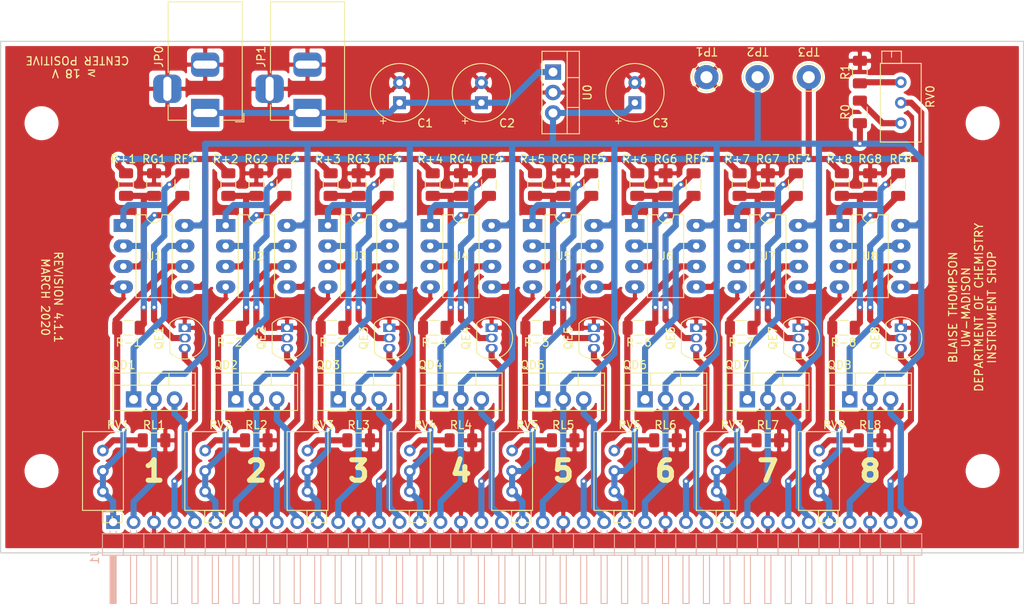
<source format=kicad_pcb>
(kicad_pcb (version 20171130) (host pcbnew 5.1.8+dfsg1-1+b1)
  (title_block (title potentiosynth) (date 2021-05-07) (rev A) (company "University of Wisconsin-Madison") (comment 1 "Department of Chemistry") (comment 2 "Wickens Group") (comment 3 "Blaise Thompson") (comment 4 blaise.thompson@wisc.edu))
  (layers (0 F.Cu signal) (31 B.Cu signal) (34 B.Paste user) (35 F.Paste user) (36 B.SilkS user) (37 F.SilkS user) (38 B.Mask user) (39 F.Mask user) (44 Edge.Cuts user))
  (net 0 "")
  (net 1 +15V)
  (net 2 GND)
  (net 3 "Net-(C1-Pad1)")
  (net 4 "Net-(QD1-Pad1)")
  (net 5 "Net-(QE1-Pad2)")
  (net 6 "Net-(R0-Pad2)")
  (net 7 "Net-(QD2-Pad1)")
  (net 8 "Net-(QE2-Pad2)")
  (net 9 /8/SUPPLY)
  (net 10 /8/ERROR)
  (net 11 /8/RETURN)
  (net 12 /7/SUPPLY)
  (net 13 /7/ERROR)
  (net 14 /7/RETURN)
  (net 15 /6/SUPPLY)
  (net 16 /6/ERROR)
  (net 17 /6/RETURN)
  (net 18 /5/SUPPLY)
  (net 19 /5/ERROR)
  (net 20 /5/RETURN)
  (net 21 /4/SUPPLY)
  (net 22 /4/ERROR)
  (net 23 /4/RETURN)
  (net 24 /3/SUPPLY)
  (net 25 /3/ERROR)
  (net 26 /3/RETURN)
  (net 27 /2/SUPPLY)
  (net 28 /2/ERROR)
  (net 29 /2/RETURN)
  (net 30 /1/SUPPLY)
  (net 31 /1/ERROR)
  (net 32 /1/RETURN)
  (net 33 "Net-(QD3-Pad1)")
  (net 34 "Net-(QD4-Pad1)")
  (net 35 "Net-(QD5-Pad1)")
  (net 36 "Net-(QD6-Pad1)")
  (net 37 "Net-(QD7-Pad1)")
  (net 38 "Net-(QD8-Pad1)")
  (net 39 "Net-(QE3-Pad2)")
  (net 40 "Net-(QE4-Pad2)")
  (net 41 "Net-(QE5-Pad2)")
  (net 42 "Net-(QE6-Pad2)")
  (net 43 "Net-(QE7-Pad2)")
  (net 44 "Net-(QE8-Pad2)")
  (net 45 /1/CONTROL)
  (net 46 "Net-(R+1-Pad2)")
  (net 47 "Net-(R+2-Pad2)")
  (net 48 "Net-(R+3-Pad2)")
  (net 49 "Net-(R+4-Pad2)")
  (net 50 "Net-(R+5-Pad2)")
  (net 51 "Net-(R+6-Pad2)")
  (net 52 "Net-(R+7-Pad2)")
  (net 53 "Net-(R+8-Pad2)")
  (net 54 "Net-(R-1-Pad1)")
  (net 55 "Net-(R-2-Pad1)")
  (net 56 "Net-(R-3-Pad1)")
  (net 57 "Net-(R-4-Pad1)")
  (net 58 "Net-(R-5-Pad1)")
  (net 59 "Net-(R-6-Pad1)")
  (net 60 "Net-(R-7-Pad1)")
  (net 61 "Net-(R-8-Pad1)")
  (net 62 "Net-(R1-Pad1)")
  (net 63 "Net-(RL1-Pad2)")
  (net 64 "Net-(RL2-Pad2)")
  (net 65 "Net-(RL3-Pad2)")
  (net 66 "Net-(RL4-Pad2)")
  (net 67 "Net-(RL5-Pad2)")
  (net 68 "Net-(RL6-Pad2)")
  (net 69 "Net-(RL7-Pad2)")
  (net 70 "Net-(RL8-Pad2)")
  (module Potentiometer_THT:Potentiometer_Bourns_3296X_Horizontal (layer F.Cu) (at 139.7 114.3 90)
    (fp_text reference RV7 (at 3.175 1.905 180) (layer F.SilkS))
    (fp_text value 2k)
    (pad 3 thru_hole circle (at -5.08 0 90) (size 1.44 1.44) (drill 0.8) (layers *.Cu *.Mask) (net 14 /7/RETURN))
    (pad 2 thru_hole circle (at -2.54 0 90) (size 1.44 1.44) (drill 0.8) (layers *.Cu *.Mask) (net 14 /7/RETURN))
    (pad 1 thru_hole circle (at 0 0 90) (size 1.44 1.44) (drill 0.8) (layers *.Cu *.Mask) (net 69 "Net-(RL7-Pad2)"))
  )
  (module Resistor_SMD:R_1206_3216Metric (layer F.Cu) (at 158.75 113.03 180)
    (fp_text reference RL8 (at 0 1.905) (layer F.SilkS))
    (fp_text value 10)
    (pad 2 smd roundrect (at 1.4 0 180) (size 1.25 1.75) (layers F.Cu F.Paste F.Mask) (roundrect_rratio 0.2) (net 70 "Net-(RL8-Pad2)"))
    (pad 1 smd roundrect (at -1.4 0 180) (size 1.25 1.75) (layers F.Cu F.Paste F.Mask) (roundrect_rratio 0.2) (net 2 GND))
  )
  (module Resistor_SMD:R_1206_3216Metric (layer F.Cu) (at 146.05 113.03 180)
    (fp_text reference RL7 (at 0 1.905) (layer F.SilkS))
    (fp_text value 10)
    (pad 2 smd roundrect (at 1.4 0 180) (size 1.25 1.75) (layers F.Cu F.Paste F.Mask) (roundrect_rratio 0.2) (net 69 "Net-(RL7-Pad2)"))
    (pad 1 smd roundrect (at -1.4 0 180) (size 1.25 1.75) (layers F.Cu F.Paste F.Mask) (roundrect_rratio 0.2) (net 2 GND))
  )
  (module Resistor_SMD:R_1206_3216Metric (layer F.Cu) (at 133.35 113.03 180)
    (fp_text reference RL6 (at 0 1.905) (layer F.SilkS))
    (fp_text value 10)
    (pad 2 smd roundrect (at 1.4 0 180) (size 1.25 1.75) (layers F.Cu F.Paste F.Mask) (roundrect_rratio 0.2) (net 68 "Net-(RL6-Pad2)"))
    (pad 1 smd roundrect (at -1.4 0 180) (size 1.25 1.75) (layers F.Cu F.Paste F.Mask) (roundrect_rratio 0.2) (net 2 GND))
  )
  (module Resistor_SMD:R_1206_3216Metric (layer F.Cu) (at 120.65 113.03 180)
    (fp_text reference RL5 (at 0 1.905) (layer F.SilkS))
    (fp_text value 10)
    (pad 2 smd roundrect (at 1.4 0 180) (size 1.25 1.75) (layers F.Cu F.Paste F.Mask) (roundrect_rratio 0.2) (net 67 "Net-(RL5-Pad2)"))
    (pad 1 smd roundrect (at -1.4 0 180) (size 1.25 1.75) (layers F.Cu F.Paste F.Mask) (roundrect_rratio 0.2) (net 2 GND))
  )
  (module Resistor_SMD:R_1206_3216Metric (layer F.Cu) (at 107.95 113.03 180)
    (fp_text reference RL4 (at 0 1.905) (layer F.SilkS))
    (fp_text value 10)
    (pad 2 smd roundrect (at 1.4 0 180) (size 1.25 1.75) (layers F.Cu F.Paste F.Mask) (roundrect_rratio 0.2) (net 66 "Net-(RL4-Pad2)"))
    (pad 1 smd roundrect (at -1.4 0 180) (size 1.25 1.75) (layers F.Cu F.Paste F.Mask) (roundrect_rratio 0.2) (net 2 GND))
  )
  (module Resistor_SMD:R_1206_3216Metric (layer F.Cu) (at 95.25 113.03 180)
    (fp_text reference RL3 (at 0 1.905) (layer F.SilkS))
    (fp_text value 10)
    (pad 2 smd roundrect (at 1.4 0 180) (size 1.25 1.75) (layers F.Cu F.Paste F.Mask) (roundrect_rratio 0.2) (net 65 "Net-(RL3-Pad2)"))
    (pad 1 smd roundrect (at -1.4 0 180) (size 1.25 1.75) (layers F.Cu F.Paste F.Mask) (roundrect_rratio 0.2) (net 2 GND))
  )
  (module Resistor_SMD:R_1206_3216Metric (layer F.Cu) (at 82.55 113.03 180)
    (fp_text reference RL2 (at 0 1.905) (layer F.SilkS))
    (fp_text value 10)
    (pad 2 smd roundrect (at 1.4 0 180) (size 1.25 1.75) (layers F.Cu F.Paste F.Mask) (roundrect_rratio 0.2) (net 64 "Net-(RL2-Pad2)"))
    (pad 1 smd roundrect (at -1.4 0 180) (size 1.25 1.75) (layers F.Cu F.Paste F.Mask) (roundrect_rratio 0.2) (net 2 GND))
  )
  (module Resistor_SMD:R_1206_3216Metric (layer F.Cu) (at 69.85 113.03 180)
    (fp_text reference RL1 (at 0 1.905) (layer F.SilkS))
    (fp_text value 10)
    (pad 2 smd roundrect (at 1.4 0 180) (size 1.25 1.75) (layers F.Cu F.Paste F.Mask) (roundrect_rratio 0.2) (net 63 "Net-(RL1-Pad2)"))
    (pad 1 smd roundrect (at -1.4 0 180) (size 1.25 1.75) (layers F.Cu F.Paste F.Mask) (roundrect_rratio 0.2) (net 2 GND))
  )
  (module Resistor_SMD:R_1206_3216Metric (layer F.Cu) (at 157.48 67.31 90)
    (fp_text reference R1 (at 0 -1.82 90) (layer F.SilkS))
    (fp_text value 68)
    (pad 2 smd roundrect (at 1.4 0 90) (size 1.25 1.75) (layers F.Cu F.Paste F.Mask) (roundrect_rratio 0.2) (net 2 GND))
    (pad 1 smd roundrect (at -1.4 0 90) (size 1.25 1.75) (layers F.Cu F.Paste F.Mask) (roundrect_rratio 0.2) (net 62 "Net-(R1-Pad1)"))
  )
  (module Resistor_SMD:R_1206_3216Metric (layer F.Cu) (at 157.48 72.26 90)
    (fp_text reference R0 (at 0 -1.82 90) (layer F.SilkS))
    (fp_text value 10k)
    (pad 2 smd roundrect (at 1.4 0 90) (size 1.25 1.75) (layers F.Cu F.Paste F.Mask) (roundrect_rratio 0.2) (net 6 "Net-(R0-Pad2)"))
    (pad 1 smd roundrect (at -1.4 0 90) (size 1.25 1.75) (layers F.Cu F.Paste F.Mask) (roundrect_rratio 0.2) (net 1 +15V))
  )
  (module TestPoint:TestPoint_THTPad_D3.0mm_Drill1.5mm (layer F.Cu) (at 151.13 67.945)
    (fp_text reference TP3 (at 0 -3.175 180 unlocked) (layer F.SilkS))
    (fp_text value TestPoint)
    (pad 1 thru_hole circle (at 0 0) (size 3 3) (drill 1.5) (layers *.Cu *.Mask) (net 45 /1/CONTROL))
  )
  (module Resistor_SMD:R_1206_3216Metric (layer F.Cu) (at 158.75 81.28 90)
    (fp_text reference RG8 (at 3.175 0 180) (layer F.SilkS))
    (fp_text value 100k)
    (pad 2 smd roundrect (at 1.4 0 90) (size 1.25 1.75) (layers F.Cu F.Paste F.Mask) (roundrect_rratio 0.2) (net 2 GND))
    (pad 1 smd roundrect (at -1.4 0 90) (size 1.25 1.75) (layers F.Cu F.Paste F.Mask) (roundrect_rratio 0.2) (net 53 "Net-(R+8-Pad2)"))
  )
  (module Resistor_SMD:R_1206_3216Metric (layer F.Cu) (at 146.05 81.28 90)
    (fp_text reference RG7 (at 3.175 0 180) (layer F.SilkS))
    (fp_text value 100k)
    (pad 2 smd roundrect (at 1.4 0 90) (size 1.25 1.75) (layers F.Cu F.Paste F.Mask) (roundrect_rratio 0.2) (net 2 GND))
    (pad 1 smd roundrect (at -1.4 0 90) (size 1.25 1.75) (layers F.Cu F.Paste F.Mask) (roundrect_rratio 0.2) (net 52 "Net-(R+7-Pad2)"))
  )
  (module Resistor_SMD:R_1206_3216Metric (layer F.Cu) (at 133.35 81.28 90)
    (fp_text reference RG6 (at 3.175 0 180) (layer F.SilkS))
    (fp_text value 100k)
    (pad 2 smd roundrect (at 1.4 0 90) (size 1.25 1.75) (layers F.Cu F.Paste F.Mask) (roundrect_rratio 0.2) (net 2 GND))
    (pad 1 smd roundrect (at -1.4 0 90) (size 1.25 1.75) (layers F.Cu F.Paste F.Mask) (roundrect_rratio 0.2) (net 51 "Net-(R+6-Pad2)"))
  )
  (module Resistor_SMD:R_1206_3216Metric (layer F.Cu) (at 120.65 81.28 90)
    (fp_text reference RG5 (at 3.175 0 180) (layer F.SilkS))
    (fp_text value 100k)
    (pad 2 smd roundrect (at 1.4 0 90) (size 1.25 1.75) (layers F.Cu F.Paste F.Mask) (roundrect_rratio 0.2) (net 2 GND))
    (pad 1 smd roundrect (at -1.4 0 90) (size 1.25 1.75) (layers F.Cu F.Paste F.Mask) (roundrect_rratio 0.2) (net 50 "Net-(R+5-Pad2)"))
  )
  (module Resistor_SMD:R_1206_3216Metric (layer F.Cu) (at 107.95 81.28 90)
    (fp_text reference RG4 (at 3.175 0 180) (layer F.SilkS))
    (fp_text value 100k)
    (pad 2 smd roundrect (at 1.4 0 90) (size 1.25 1.75) (layers F.Cu F.Paste F.Mask) (roundrect_rratio 0.2) (net 2 GND))
    (pad 1 smd roundrect (at -1.4 0 90) (size 1.25 1.75) (layers F.Cu F.Paste F.Mask) (roundrect_rratio 0.2) (net 49 "Net-(R+4-Pad2)"))
  )
  (module Resistor_SMD:R_1206_3216Metric (layer F.Cu) (at 95.25 81.28 90)
    (fp_text reference RG3 (at 3.175 0 180) (layer F.SilkS))
    (fp_text value 100k)
    (pad 2 smd roundrect (at 1.4 0 90) (size 1.25 1.75) (layers F.Cu F.Paste F.Mask) (roundrect_rratio 0.2) (net 2 GND))
    (pad 1 smd roundrect (at -1.4 0 90) (size 1.25 1.75) (layers F.Cu F.Paste F.Mask) (roundrect_rratio 0.2) (net 48 "Net-(R+3-Pad2)"))
  )
  (module Resistor_SMD:R_1206_3216Metric (layer F.Cu) (at 82.55 81.28 90)
    (fp_text reference RG2 (at 3.175 0 180) (layer F.SilkS))
    (fp_text value 100k)
    (pad 2 smd roundrect (at 1.4 0 90) (size 1.25 1.75) (layers F.Cu F.Paste F.Mask) (roundrect_rratio 0.2) (net 2 GND))
    (pad 1 smd roundrect (at -1.4 0 90) (size 1.25 1.75) (layers F.Cu F.Paste F.Mask) (roundrect_rratio 0.2) (net 47 "Net-(R+2-Pad2)"))
  )
  (module Resistor_SMD:R_1206_3216Metric (layer F.Cu) (at 69.85 81.28 90)
    (fp_text reference RG1 (at 3.175 0 180) (layer F.SilkS))
    (fp_text value 100k)
    (pad 2 smd roundrect (at 1.4 0 90) (size 1.25 1.75) (layers F.Cu F.Paste F.Mask) (roundrect_rratio 0.2) (net 2 GND))
    (pad 1 smd roundrect (at -1.4 0 90) (size 1.25 1.75) (layers F.Cu F.Paste F.Mask) (roundrect_rratio 0.2) (net 46 "Net-(R+1-Pad2)"))
  )
  (module Resistor_SMD:R_1206_3216Metric (layer F.Cu) (at 162.2275 81.28 90)
    (fp_text reference RF8 (at 3.175 0.3325 180) (layer F.SilkS))
    (fp_text value 100k)
    (pad 2 smd roundrect (at 1.4 0 90) (size 1.25 1.75) (layers F.Cu F.Paste F.Mask) (roundrect_rratio 0.2) (net 44 "Net-(QE8-Pad2)"))
    (pad 1 smd roundrect (at -1.4 0 90) (size 1.25 1.75) (layers F.Cu F.Paste F.Mask) (roundrect_rratio 0.2) (net 61 "Net-(R-8-Pad1)"))
  )
  (module Resistor_SMD:R_1206_3216Metric (layer F.Cu) (at 149.5275 81.28 90)
    (fp_text reference RF7 (at 3.175 0.3325 180) (layer F.SilkS))
    (fp_text value 100k)
    (pad 2 smd roundrect (at 1.4 0 90) (size 1.25 1.75) (layers F.Cu F.Paste F.Mask) (roundrect_rratio 0.2) (net 43 "Net-(QE7-Pad2)"))
    (pad 1 smd roundrect (at -1.4 0 90) (size 1.25 1.75) (layers F.Cu F.Paste F.Mask) (roundrect_rratio 0.2) (net 60 "Net-(R-7-Pad1)"))
  )
  (module Resistor_SMD:R_1206_3216Metric (layer F.Cu) (at 136.8275 81.28 90)
    (fp_text reference RF6 (at 3.175 0.3325 180) (layer F.SilkS))
    (fp_text value 100k)
    (pad 2 smd roundrect (at 1.4 0 90) (size 1.25 1.75) (layers F.Cu F.Paste F.Mask) (roundrect_rratio 0.2) (net 42 "Net-(QE6-Pad2)"))
    (pad 1 smd roundrect (at -1.4 0 90) (size 1.25 1.75) (layers F.Cu F.Paste F.Mask) (roundrect_rratio 0.2) (net 59 "Net-(R-6-Pad1)"))
  )
  (module Resistor_SMD:R_1206_3216Metric (layer F.Cu) (at 124.1275 81.28 90)
    (fp_text reference RF5 (at 3.175 0.3325 180) (layer F.SilkS))
    (fp_text value 100k)
    (pad 2 smd roundrect (at 1.4 0 90) (size 1.25 1.75) (layers F.Cu F.Paste F.Mask) (roundrect_rratio 0.2) (net 41 "Net-(QE5-Pad2)"))
    (pad 1 smd roundrect (at -1.4 0 90) (size 1.25 1.75) (layers F.Cu F.Paste F.Mask) (roundrect_rratio 0.2) (net 58 "Net-(R-5-Pad1)"))
  )
  (module Resistor_SMD:R_1206_3216Metric (layer F.Cu) (at 111.4275 81.28 90)
    (fp_text reference RF4 (at 3.175 0.3325 180) (layer F.SilkS))
    (fp_text value 100k)
    (pad 2 smd roundrect (at 1.4 0 90) (size 1.25 1.75) (layers F.Cu F.Paste F.Mask) (roundrect_rratio 0.2) (net 40 "Net-(QE4-Pad2)"))
    (pad 1 smd roundrect (at -1.4 0 90) (size 1.25 1.75) (layers F.Cu F.Paste F.Mask) (roundrect_rratio 0.2) (net 57 "Net-(R-4-Pad1)"))
  )
  (module Resistor_SMD:R_1206_3216Metric (layer F.Cu) (at 98.7275 81.28 90)
    (fp_text reference RF3 (at 3.175 0.3325 180) (layer F.SilkS))
    (fp_text value 100k)
    (pad 2 smd roundrect (at 1.4 0 90) (size 1.25 1.75) (layers F.Cu F.Paste F.Mask) (roundrect_rratio 0.2) (net 39 "Net-(QE3-Pad2)"))
    (pad 1 smd roundrect (at -1.4 0 90) (size 1.25 1.75) (layers F.Cu F.Paste F.Mask) (roundrect_rratio 0.2) (net 56 "Net-(R-3-Pad1)"))
  )
  (module Resistor_SMD:R_1206_3216Metric (layer F.Cu) (at 86.0275 81.28 90)
    (fp_text reference RF2 (at 3.175 0.3325 180) (layer F.SilkS))
    (fp_text value 100k)
    (pad 2 smd roundrect (at 1.4 0 90) (size 1.25 1.75) (layers F.Cu F.Paste F.Mask) (roundrect_rratio 0.2) (net 8 "Net-(QE2-Pad2)"))
    (pad 1 smd roundrect (at -1.4 0 90) (size 1.25 1.75) (layers F.Cu F.Paste F.Mask) (roundrect_rratio 0.2) (net 55 "Net-(R-2-Pad1)"))
  )
  (module Resistor_SMD:R_1206_3216Metric (layer F.Cu) (at 73.3575 81.28 90)
    (fp_text reference RF1 (at 3.175 0.3025 180) (layer F.SilkS))
    (fp_text value 100k)
    (pad 2 smd roundrect (at 1.4 0 90) (size 1.25 1.75) (layers F.Cu F.Paste F.Mask) (roundrect_rratio 0.2) (net 5 "Net-(QE1-Pad2)"))
    (pad 1 smd roundrect (at -1.4 0 90) (size 1.25 1.75) (layers F.Cu F.Paste F.Mask) (roundrect_rratio 0.2) (net 54 "Net-(R-1-Pad1)"))
  )
  (module Resistor_SMD:R_1206_3216Metric (layer F.Cu) (at 155.445 99.06 180)
    (fp_text reference R-8 (at 0 -1.82) (layer F.SilkS))
    (fp_text value 1k)
    (pad 2 smd roundrect (at 1.4 0 180) (size 1.25 1.75) (layers F.Cu F.Paste F.Mask) (roundrect_rratio 0.2) (net 11 /8/RETURN))
    (pad 1 smd roundrect (at -1.4 0 180) (size 1.25 1.75) (layers F.Cu F.Paste F.Mask) (roundrect_rratio 0.2) (net 61 "Net-(R-8-Pad1)"))
  )
  (module Resistor_SMD:R_1206_3216Metric (layer F.Cu) (at 142.745 99.06 180)
    (fp_text reference R-7 (at 0 -1.82) (layer F.SilkS))
    (fp_text value 1k)
    (pad 2 smd roundrect (at 1.4 0 180) (size 1.25 1.75) (layers F.Cu F.Paste F.Mask) (roundrect_rratio 0.2) (net 14 /7/RETURN))
    (pad 1 smd roundrect (at -1.4 0 180) (size 1.25 1.75) (layers F.Cu F.Paste F.Mask) (roundrect_rratio 0.2) (net 60 "Net-(R-7-Pad1)"))
  )
  (module Resistor_SMD:R_1206_3216Metric (layer F.Cu) (at 130.045 99.06 180)
    (fp_text reference R-6 (at 0 -1.82) (layer F.SilkS))
    (fp_text value 1k)
    (pad 2 smd roundrect (at 1.4 0 180) (size 1.25 1.75) (layers F.Cu F.Paste F.Mask) (roundrect_rratio 0.2) (net 17 /6/RETURN))
    (pad 1 smd roundrect (at -1.4 0 180) (size 1.25 1.75) (layers F.Cu F.Paste F.Mask) (roundrect_rratio 0.2) (net 59 "Net-(R-6-Pad1)"))
  )
  (module Resistor_SMD:R_1206_3216Metric (layer F.Cu) (at 117.345 99.06 180)
    (fp_text reference R-5 (at 0 -1.82) (layer F.SilkS))
    (fp_text value 1k)
    (pad 2 smd roundrect (at 1.4 0 180) (size 1.25 1.75) (layers F.Cu F.Paste F.Mask) (roundrect_rratio 0.2) (net 20 /5/RETURN))
    (pad 1 smd roundrect (at -1.4 0 180) (size 1.25 1.75) (layers F.Cu F.Paste F.Mask) (roundrect_rratio 0.2) (net 58 "Net-(R-5-Pad1)"))
  )
  (module Resistor_SMD:R_1206_3216Metric (layer F.Cu) (at 104.645 99.06 180)
    (fp_text reference R-4 (at 0 -1.82) (layer F.SilkS))
    (fp_text value 1k)
    (pad 2 smd roundrect (at 1.4 0 180) (size 1.25 1.75) (layers F.Cu F.Paste F.Mask) (roundrect_rratio 0.2) (net 23 /4/RETURN))
    (pad 1 smd roundrect (at -1.4 0 180) (size 1.25 1.75) (layers F.Cu F.Paste F.Mask) (roundrect_rratio 0.2) (net 57 "Net-(R-4-Pad1)"))
  )
  (module Resistor_SMD:R_1206_3216Metric (layer F.Cu) (at 91.945 99.06 180)
    (fp_text reference R-3 (at 0 -1.82) (layer F.SilkS))
    (fp_text value 1k)
    (pad 2 smd roundrect (at 1.4 0 180) (size 1.25 1.75) (layers F.Cu F.Paste F.Mask) (roundrect_rratio 0.2) (net 26 /3/RETURN))
    (pad 1 smd roundrect (at -1.4 0 180) (size 1.25 1.75) (layers F.Cu F.Paste F.Mask) (roundrect_rratio 0.2) (net 56 "Net-(R-3-Pad1)"))
  )
  (module Resistor_SMD:R_1206_3216Metric (layer F.Cu) (at 79.245 99.06 180)
    (fp_text reference R-2 (at 0 -1.82) (layer F.SilkS))
    (fp_text value 1k)
    (pad 2 smd roundrect (at 1.4 0 180) (size 1.25 1.75) (layers F.Cu F.Paste F.Mask) (roundrect_rratio 0.2) (net 29 /2/RETURN))
    (pad 1 smd roundrect (at -1.4 0 180) (size 1.25 1.75) (layers F.Cu F.Paste F.Mask) (roundrect_rratio 0.2) (net 55 "Net-(R-2-Pad1)"))
  )
  (module Resistor_SMD:R_1206_3216Metric (layer F.Cu) (at 66.675 99.06 180)
    (fp_text reference R-1 (at 0 -1.82) (layer F.SilkS))
    (fp_text value 1k)
    (pad 2 smd roundrect (at 1.4 0 180) (size 1.25 1.75) (layers F.Cu F.Paste F.Mask) (roundrect_rratio 0.2) (net 32 /1/RETURN))
    (pad 1 smd roundrect (at -1.4 0 180) (size 1.25 1.75) (layers F.Cu F.Paste F.Mask) (roundrect_rratio 0.2) (net 54 "Net-(R-1-Pad1)"))
  )
  (module Resistor_SMD:R_1206_3216Metric (layer F.Cu) (at 155.2425 81.28 270)
    (fp_text reference R+8 (at -3.175 0.3025 180) (layer F.SilkS))
    (fp_text value 1k)
    (pad 2 smd roundrect (at 1.4 0 270) (size 1.25 1.75) (layers F.Cu F.Paste F.Mask) (roundrect_rratio 0.2) (net 53 "Net-(R+8-Pad2)"))
    (pad 1 smd roundrect (at -1.4 0 270) (size 1.25 1.75) (layers F.Cu F.Paste F.Mask) (roundrect_rratio 0.2) (net 45 /1/CONTROL))
  )
  (module Resistor_SMD:R_1206_3216Metric (layer F.Cu) (at 142.5425 81.28 270)
    (fp_text reference R+7 (at -3.175 0.3025 180) (layer F.SilkS))
    (fp_text value 1k)
    (pad 2 smd roundrect (at 1.4 0 270) (size 1.25 1.75) (layers F.Cu F.Paste F.Mask) (roundrect_rratio 0.2) (net 52 "Net-(R+7-Pad2)"))
    (pad 1 smd roundrect (at -1.4 0 270) (size 1.25 1.75) (layers F.Cu F.Paste F.Mask) (roundrect_rratio 0.2) (net 45 /1/CONTROL))
  )
  (module Resistor_SMD:R_1206_3216Metric (layer F.Cu) (at 129.8425 81.28 270)
    (fp_text reference R+6 (at -3.175 0.3025 180) (layer F.SilkS))
    (fp_text value 1k)
    (pad 2 smd roundrect (at 1.4 0 270) (size 1.25 1.75) (layers F.Cu F.Paste F.Mask) (roundrect_rratio 0.2) (net 51 "Net-(R+6-Pad2)"))
    (pad 1 smd roundrect (at -1.4 0 270) (size 1.25 1.75) (layers F.Cu F.Paste F.Mask) (roundrect_rratio 0.2) (net 45 /1/CONTROL))
  )
  (module Resistor_SMD:R_1206_3216Metric (layer F.Cu) (at 117.1425 81.28 270)
    (fp_text reference R+5 (at -3.175 0.3025 180) (layer F.SilkS))
    (fp_text value 1k)
    (pad 2 smd roundrect (at 1.4 0 270) (size 1.25 1.75) (layers F.Cu F.Paste F.Mask) (roundrect_rratio 0.2) (net 50 "Net-(R+5-Pad2)"))
    (pad 1 smd roundrect (at -1.4 0 270) (size 1.25 1.75) (layers F.Cu F.Paste F.Mask) (roundrect_rratio 0.2) (net 45 /1/CONTROL))
  )
  (module Resistor_SMD:R_1206_3216Metric (layer F.Cu) (at 104.4425 81.28 270)
    (fp_text reference R+4 (at -3.175 0.3025 180) (layer F.SilkS))
    (fp_text value 1k)
    (pad 2 smd roundrect (at 1.4 0 270) (size 1.25 1.75) (layers F.Cu F.Paste F.Mask) (roundrect_rratio 0.2) (net 49 "Net-(R+4-Pad2)"))
    (pad 1 smd roundrect (at -1.4 0 270) (size 1.25 1.75) (layers F.Cu F.Paste F.Mask) (roundrect_rratio 0.2) (net 45 /1/CONTROL))
  )
  (module Resistor_SMD:R_1206_3216Metric (layer F.Cu) (at 91.7725 81.28 270)
    (fp_text reference R+3 (at -3.175 0.3325 180) (layer F.SilkS))
    (fp_text value 1k)
    (pad 2 smd roundrect (at 1.4 0 270) (size 1.25 1.75) (layers F.Cu F.Paste F.Mask) (roundrect_rratio 0.2) (net 48 "Net-(R+3-Pad2)"))
    (pad 1 smd roundrect (at -1.4 0 270) (size 1.25 1.75) (layers F.Cu F.Paste F.Mask) (roundrect_rratio 0.2) (net 45 /1/CONTROL))
  )
  (module Resistor_SMD:R_1206_3216Metric (layer F.Cu) (at 79.0725 81.28 270)
    (fp_text reference R+2 (at -3.175 0.3325 180) (layer F.SilkS))
    (fp_text value 1k)
    (pad 2 smd roundrect (at 1.4 0 270) (size 1.25 1.75) (layers F.Cu F.Paste F.Mask) (roundrect_rratio 0.2) (net 47 "Net-(R+2-Pad2)"))
    (pad 1 smd roundrect (at -1.4 0 270) (size 1.25 1.75) (layers F.Cu F.Paste F.Mask) (roundrect_rratio 0.2) (net 45 /1/CONTROL))
  )
  (module Resistor_SMD:R_1206_3216Metric (layer F.Cu) (at 66.3725 81.28 270)
    (fp_text reference R+1 (at -3.175 0.3325 180) (layer F.SilkS))
    (fp_text value 1k)
    (pad 2 smd roundrect (at 1.4 0 270) (size 1.25 1.75) (layers F.Cu F.Paste F.Mask) (roundrect_rratio 0.2) (net 46 "Net-(R+1-Pad2)"))
    (pad 1 smd roundrect (at -1.4 0 270) (size 1.25 1.75) (layers F.Cu F.Paste F.Mask) (roundrect_rratio 0.2) (net 45 /1/CONTROL))
  )
  (module Connector_BarrelJack:BarrelJack_Horizontal (layer F.Cu) (at 88.9 72.39 270)
    (fp_text reference JP1 (at -6.985 5.75 90) (layer F.SilkS))
    (fp_text value Barrel_Jack_Switch)
    (pad 3 thru_hole roundrect (at -3 4.7 270) (size 3.5 3.5) (drill oval 3 1) (layers *.Cu *.Mask) (net 2 GND))
    (pad 2 thru_hole roundrect (at -6 0 270) (size 3 3.5) (drill oval 1 3) (layers *.Cu *.Mask) (net 2 GND))
    (pad 1 thru_hole rect (at 0 0 270) (size 3.5 3.5) (drill oval 1 3) (layers *.Cu *.Mask) (net 3 "Net-(C1-Pad1)"))
  )
  (module Connector_BarrelJack:BarrelJack_Horizontal (layer F.Cu) (at 76.2 72.39 270)
    (fp_text reference JP0 (at -6.985 5.75 90) (layer F.SilkS))
    (fp_text value Barrel_Jack_Switch)
    (pad 3 thru_hole roundrect (at -3 4.7 270) (size 3.5 3.5) (drill oval 3 1) (layers *.Cu *.Mask) (net 2 GND))
    (pad 2 thru_hole roundrect (at -6 0 270) (size 3 3.5) (drill oval 1 3) (layers *.Cu *.Mask) (net 2 GND))
    (pad 1 thru_hole rect (at 0 0 270) (size 3.5 3.5) (drill oval 1 3) (layers *.Cu *.Mask) (net 3 "Net-(C1-Pad1)"))
  )
  (module Potentiometer_THT:Potentiometer_Bourns_3296X_Horizontal (layer F.Cu) (at 76.2 114.3 90)
    (fp_text reference RV2 (at 3.175 1.905 180) (layer F.SilkS))
    (fp_text value 2k)
    (pad 3 thru_hole circle (at -5.08 0 90) (size 1.44 1.44) (drill 0.8) (layers *.Cu *.Mask) (net 29 /2/RETURN))
    (pad 2 thru_hole circle (at -2.54 0 90) (size 1.44 1.44) (drill 0.8) (layers *.Cu *.Mask) (net 29 /2/RETURN))
    (pad 1 thru_hole circle (at 0 0 90) (size 1.44 1.44) (drill 0.8) (layers *.Cu *.Mask) (net 64 "Net-(RL2-Pad2)"))
  )
  (module Package_DIP:DIP-8_W7.62mm_LongPads (layer F.Cu) (at 104.14 86.36)
    (fp_text reference U4 (at 3.81 3.81) (layer F.SilkS))
    (fp_text value LM358)
    (pad 8 thru_hole oval (at 7.62 0) (size 2.4 1.6) (drill 0.8) (layers *.Cu *.Mask) (net 1 +15V))
    (pad 4 thru_hole oval (at 0 7.62) (size 2.4 1.6) (drill 0.8) (layers *.Cu *.Mask) (net 2 GND))
    (pad 7 thru_hole oval (at 7.62 2.54) (size 2.4 1.6) (drill 0.8) (layers *.Cu *.Mask) (net 34 "Net-(QD4-Pad1)"))
    (pad 3 thru_hole oval (at 0 5.08) (size 2.4 1.6) (drill 0.8) (layers *.Cu *.Mask) (net 49 "Net-(R+4-Pad2)"))
    (pad 6 thru_hole oval (at 7.62 5.08) (size 2.4 1.6) (drill 0.8) (layers *.Cu *.Mask) (net 23 /4/RETURN))
    (pad 2 thru_hole oval (at 0 2.54) (size 2.4 1.6) (drill 0.8) (layers *.Cu *.Mask) (net 57 "Net-(R-4-Pad1)"))
    (pad 5 thru_hole oval (at 7.62 7.62) (size 2.4 1.6) (drill 0.8) (layers *.Cu *.Mask) (net 45 /1/CONTROL))
    (pad 1 thru_hole rect (at 0 0) (size 2.4 1.6) (drill 0.8) (layers *.Cu *.Mask) (net 40 "Net-(QE4-Pad2)"))
  )
  (module Package_DIP:DIP-8_W7.62mm_LongPads (layer F.Cu) (at 91.44 86.36)
    (fp_text reference U3 (at 3.81 3.81) (layer F.SilkS))
    (fp_text value LM358)
    (pad 8 thru_hole oval (at 7.62 0) (size 2.4 1.6) (drill 0.8) (layers *.Cu *.Mask) (net 1 +15V))
    (pad 4 thru_hole oval (at 0 7.62) (size 2.4 1.6) (drill 0.8) (layers *.Cu *.Mask) (net 2 GND))
    (pad 7 thru_hole oval (at 7.62 2.54) (size 2.4 1.6) (drill 0.8) (layers *.Cu *.Mask) (net 33 "Net-(QD3-Pad1)"))
    (pad 3 thru_hole oval (at 0 5.08) (size 2.4 1.6) (drill 0.8) (layers *.Cu *.Mask) (net 48 "Net-(R+3-Pad2)"))
    (pad 6 thru_hole oval (at 7.62 5.08) (size 2.4 1.6) (drill 0.8) (layers *.Cu *.Mask) (net 26 /3/RETURN))
    (pad 2 thru_hole oval (at 0 2.54) (size 2.4 1.6) (drill 0.8) (layers *.Cu *.Mask) (net 56 "Net-(R-3-Pad1)"))
    (pad 5 thru_hole oval (at 7.62 7.62) (size 2.4 1.6) (drill 0.8) (layers *.Cu *.Mask) (net 45 /1/CONTROL))
    (pad 1 thru_hole rect (at 0 0) (size 2.4 1.6) (drill 0.8) (layers *.Cu *.Mask) (net 39 "Net-(QE3-Pad2)"))
  )
  (module Package_DIP:DIP-8_W7.62mm_LongPads (layer F.Cu) (at 116.84 86.36)
    (fp_text reference U5 (at 3.81 3.81) (layer F.SilkS))
    (fp_text value LM358)
    (pad 8 thru_hole oval (at 7.62 0) (size 2.4 1.6) (drill 0.8) (layers *.Cu *.Mask) (net 1 +15V))
    (pad 4 thru_hole oval (at 0 7.62) (size 2.4 1.6) (drill 0.8) (layers *.Cu *.Mask) (net 2 GND))
    (pad 7 thru_hole oval (at 7.62 2.54) (size 2.4 1.6) (drill 0.8) (layers *.Cu *.Mask) (net 35 "Net-(QD5-Pad1)"))
    (pad 3 thru_hole oval (at 0 5.08) (size 2.4 1.6) (drill 0.8) (layers *.Cu *.Mask) (net 50 "Net-(R+5-Pad2)"))
    (pad 6 thru_hole oval (at 7.62 5.08) (size 2.4 1.6) (drill 0.8) (layers *.Cu *.Mask) (net 20 /5/RETURN))
    (pad 2 thru_hole oval (at 0 2.54) (size 2.4 1.6) (drill 0.8) (layers *.Cu *.Mask) (net 58 "Net-(R-5-Pad1)"))
    (pad 5 thru_hole oval (at 7.62 7.62) (size 2.4 1.6) (drill 0.8) (layers *.Cu *.Mask) (net 45 /1/CONTROL))
    (pad 1 thru_hole rect (at 0 0) (size 2.4 1.6) (drill 0.8) (layers *.Cu *.Mask) (net 41 "Net-(QE5-Pad2)"))
  )
  (module Package_DIP:DIP-8_W7.62mm_LongPads (layer F.Cu) (at 154.94 86.36)
    (fp_text reference U8 (at 3.81 3.81) (layer F.SilkS))
    (fp_text value LM358)
    (pad 8 thru_hole oval (at 7.62 0) (size 2.4 1.6) (drill 0.8) (layers *.Cu *.Mask) (net 1 +15V))
    (pad 4 thru_hole oval (at 0 7.62) (size 2.4 1.6) (drill 0.8) (layers *.Cu *.Mask) (net 2 GND))
    (pad 7 thru_hole oval (at 7.62 2.54) (size 2.4 1.6) (drill 0.8) (layers *.Cu *.Mask) (net 38 "Net-(QD8-Pad1)"))
    (pad 3 thru_hole oval (at 0 5.08) (size 2.4 1.6) (drill 0.8) (layers *.Cu *.Mask) (net 53 "Net-(R+8-Pad2)"))
    (pad 6 thru_hole oval (at 7.62 5.08) (size 2.4 1.6) (drill 0.8) (layers *.Cu *.Mask) (net 11 /8/RETURN))
    (pad 2 thru_hole oval (at 0 2.54) (size 2.4 1.6) (drill 0.8) (layers *.Cu *.Mask) (net 61 "Net-(R-8-Pad1)"))
    (pad 5 thru_hole oval (at 7.62 7.62) (size 2.4 1.6) (drill 0.8) (layers *.Cu *.Mask) (net 45 /1/CONTROL))
    (pad 1 thru_hole rect (at 0 0) (size 2.4 1.6) (drill 0.8) (layers *.Cu *.Mask) (net 44 "Net-(QE8-Pad2)"))
  )
  (module Package_DIP:DIP-8_W7.62mm_LongPads (layer F.Cu) (at 142.24 86.36)
    (fp_text reference U7 (at 3.81 3.81) (layer F.SilkS))
    (fp_text value LM358)
    (pad 8 thru_hole oval (at 7.62 0) (size 2.4 1.6) (drill 0.8) (layers *.Cu *.Mask) (net 1 +15V))
    (pad 4 thru_hole oval (at 0 7.62) (size 2.4 1.6) (drill 0.8) (layers *.Cu *.Mask) (net 2 GND))
    (pad 7 thru_hole oval (at 7.62 2.54) (size 2.4 1.6) (drill 0.8) (layers *.Cu *.Mask) (net 37 "Net-(QD7-Pad1)"))
    (pad 3 thru_hole oval (at 0 5.08) (size 2.4 1.6) (drill 0.8) (layers *.Cu *.Mask) (net 52 "Net-(R+7-Pad2)"))
    (pad 6 thru_hole oval (at 7.62 5.08) (size 2.4 1.6) (drill 0.8) (layers *.Cu *.Mask) (net 14 /7/RETURN))
    (pad 2 thru_hole oval (at 0 2.54) (size 2.4 1.6) (drill 0.8) (layers *.Cu *.Mask) (net 60 "Net-(R-7-Pad1)"))
    (pad 5 thru_hole oval (at 7.62 7.62) (size 2.4 1.6) (drill 0.8) (layers *.Cu *.Mask) (net 45 /1/CONTROL))
    (pad 1 thru_hole rect (at 0 0) (size 2.4 1.6) (drill 0.8) (layers *.Cu *.Mask) (net 43 "Net-(QE7-Pad2)"))
  )
  (module Package_DIP:DIP-8_W7.62mm_LongPads (layer F.Cu) (at 129.54 86.36)
    (fp_text reference U6 (at 3.81 3.81) (layer F.SilkS))
    (fp_text value LM358)
    (pad 8 thru_hole oval (at 7.62 0) (size 2.4 1.6) (drill 0.8) (layers *.Cu *.Mask) (net 1 +15V))
    (pad 4 thru_hole oval (at 0 7.62) (size 2.4 1.6) (drill 0.8) (layers *.Cu *.Mask) (net 2 GND))
    (pad 7 thru_hole oval (at 7.62 2.54) (size 2.4 1.6) (drill 0.8) (layers *.Cu *.Mask) (net 36 "Net-(QD6-Pad1)"))
    (pad 3 thru_hole oval (at 0 5.08) (size 2.4 1.6) (drill 0.8) (layers *.Cu *.Mask) (net 51 "Net-(R+6-Pad2)"))
    (pad 6 thru_hole oval (at 7.62 5.08) (size 2.4 1.6) (drill 0.8) (layers *.Cu *.Mask) (net 17 /6/RETURN))
    (pad 2 thru_hole oval (at 0 2.54) (size 2.4 1.6) (drill 0.8) (layers *.Cu *.Mask) (net 59 "Net-(R-6-Pad1)"))
    (pad 5 thru_hole oval (at 7.62 7.62) (size 2.4 1.6) (drill 0.8) (layers *.Cu *.Mask) (net 45 /1/CONTROL))
    (pad 1 thru_hole rect (at 0 0) (size 2.4 1.6) (drill 0.8) (layers *.Cu *.Mask) (net 42 "Net-(QE6-Pad2)"))
  )
  (module Package_DIP:DIP-8_W7.62mm_LongPads (layer F.Cu) (at 78.74 86.36)
    (fp_text reference U2 (at 3.81 3.81) (layer F.SilkS))
    (fp_text value LM358)
    (pad 8 thru_hole oval (at 7.62 0) (size 2.4 1.6) (drill 0.8) (layers *.Cu *.Mask) (net 1 +15V))
    (pad 4 thru_hole oval (at 0 7.62) (size 2.4 1.6) (drill 0.8) (layers *.Cu *.Mask) (net 2 GND))
    (pad 7 thru_hole oval (at 7.62 2.54) (size 2.4 1.6) (drill 0.8) (layers *.Cu *.Mask) (net 7 "Net-(QD2-Pad1)"))
    (pad 3 thru_hole oval (at 0 5.08) (size 2.4 1.6) (drill 0.8) (layers *.Cu *.Mask) (net 47 "Net-(R+2-Pad2)"))
    (pad 6 thru_hole oval (at 7.62 5.08) (size 2.4 1.6) (drill 0.8) (layers *.Cu *.Mask) (net 29 /2/RETURN))
    (pad 2 thru_hole oval (at 0 2.54) (size 2.4 1.6) (drill 0.8) (layers *.Cu *.Mask) (net 55 "Net-(R-2-Pad1)"))
    (pad 5 thru_hole oval (at 7.62 7.62) (size 2.4 1.6) (drill 0.8) (layers *.Cu *.Mask) (net 45 /1/CONTROL))
    (pad 1 thru_hole rect (at 0 0) (size 2.4 1.6) (drill 0.8) (layers *.Cu *.Mask) (net 8 "Net-(QE2-Pad2)"))
  )
  (module Package_DIP:DIP-8_W7.62mm_LongPads (layer F.Cu) (at 66.04 86.36)
    (fp_text reference U1 (at 3.81 3.81) (layer F.SilkS))
    (fp_text value LM358)
    (pad 8 thru_hole oval (at 7.62 0) (size 2.4 1.6) (drill 0.8) (layers *.Cu *.Mask) (net 1 +15V))
    (pad 4 thru_hole oval (at 0 7.62) (size 2.4 1.6) (drill 0.8) (layers *.Cu *.Mask) (net 2 GND))
    (pad 7 thru_hole oval (at 7.62 2.54) (size 2.4 1.6) (drill 0.8) (layers *.Cu *.Mask) (net 4 "Net-(QD1-Pad1)"))
    (pad 3 thru_hole oval (at 0 5.08) (size 2.4 1.6) (drill 0.8) (layers *.Cu *.Mask) (net 46 "Net-(R+1-Pad2)"))
    (pad 6 thru_hole oval (at 7.62 5.08) (size 2.4 1.6) (drill 0.8) (layers *.Cu *.Mask) (net 32 /1/RETURN))
    (pad 2 thru_hole oval (at 0 2.54) (size 2.4 1.6) (drill 0.8) (layers *.Cu *.Mask) (net 54 "Net-(R-1-Pad1)"))
    (pad 5 thru_hole oval (at 7.62 7.62) (size 2.4 1.6) (drill 0.8) (layers *.Cu *.Mask) (net 45 /1/CONTROL))
    (pad 1 thru_hole rect (at 0 0) (size 2.4 1.6) (drill 0.8) (layers *.Cu *.Mask) (net 5 "Net-(QE1-Pad2)"))
  )
  (module Potentiometer_THT:Potentiometer_Bourns_3296X_Horizontal (layer F.Cu) (at 101.6 114.3 90)
    (fp_text reference RV4 (at 3.175 1.905 180) (layer F.SilkS))
    (fp_text value 2k)
    (pad 3 thru_hole circle (at -5.08 0 90) (size 1.44 1.44) (drill 0.8) (layers *.Cu *.Mask) (net 23 /4/RETURN))
    (pad 2 thru_hole circle (at -2.54 0 90) (size 1.44 1.44) (drill 0.8) (layers *.Cu *.Mask) (net 23 /4/RETURN))
    (pad 1 thru_hole circle (at 0 0 90) (size 1.44 1.44) (drill 0.8) (layers *.Cu *.Mask) (net 66 "Net-(RL4-Pad2)"))
  )
  (module Potentiometer_THT:Potentiometer_Bourns_3296X_Horizontal (layer F.Cu) (at 88.9 114.3 90)
    (fp_text reference RV3 (at 3.175 1.905 180) (layer F.SilkS))
    (fp_text value 2k)
    (pad 3 thru_hole circle (at -5.08 0 90) (size 1.44 1.44) (drill 0.8) (layers *.Cu *.Mask) (net 26 /3/RETURN))
    (pad 2 thru_hole circle (at -2.54 0 90) (size 1.44 1.44) (drill 0.8) (layers *.Cu *.Mask) (net 26 /3/RETURN))
    (pad 1 thru_hole circle (at 0 0 90) (size 1.44 1.44) (drill 0.8) (layers *.Cu *.Mask) (net 65 "Net-(RL3-Pad2)"))
  )
  (module Potentiometer_THT:Potentiometer_Bourns_3296X_Horizontal (layer F.Cu) (at 114.3 114.3 90)
    (fp_text reference RV5 (at 3.175 1.905 180) (layer F.SilkS))
    (fp_text value 2k)
    (pad 3 thru_hole circle (at -5.08 0 90) (size 1.44 1.44) (drill 0.8) (layers *.Cu *.Mask) (net 20 /5/RETURN))
    (pad 2 thru_hole circle (at -2.54 0 90) (size 1.44 1.44) (drill 0.8) (layers *.Cu *.Mask) (net 20 /5/RETURN))
    (pad 1 thru_hole circle (at 0 0 90) (size 1.44 1.44) (drill 0.8) (layers *.Cu *.Mask) (net 67 "Net-(RL5-Pad2)"))
  )
  (module Potentiometer_THT:Potentiometer_Bourns_3296X_Horizontal (layer F.Cu) (at 152.4 114.3 90)
    (fp_text reference RV8 (at 3.175 1.905 180) (layer F.SilkS))
    (fp_text value 2k)
    (pad 3 thru_hole circle (at -5.08 0 90) (size 1.44 1.44) (drill 0.8) (layers *.Cu *.Mask) (net 11 /8/RETURN))
    (pad 2 thru_hole circle (at -2.54 0 90) (size 1.44 1.44) (drill 0.8) (layers *.Cu *.Mask) (net 11 /8/RETURN))
    (pad 1 thru_hole circle (at 0 0 90) (size 1.44 1.44) (drill 0.8) (layers *.Cu *.Mask) (net 70 "Net-(RL8-Pad2)"))
  )
  (module Potentiometer_THT:Potentiometer_Bourns_3296X_Horizontal (layer F.Cu) (at 127 114.3 90)
    (fp_text reference RV6 (at 3.175 1.905 180) (layer F.SilkS))
    (fp_text value 2k)
    (pad 3 thru_hole circle (at -5.08 0 90) (size 1.44 1.44) (drill 0.8) (layers *.Cu *.Mask) (net 17 /6/RETURN))
    (pad 2 thru_hole circle (at -2.54 0 90) (size 1.44 1.44) (drill 0.8) (layers *.Cu *.Mask) (net 17 /6/RETURN))
    (pad 1 thru_hole circle (at 0 0 90) (size 1.44 1.44) (drill 0.8) (layers *.Cu *.Mask) (net 68 "Net-(RL6-Pad2)"))
  )
  (module Potentiometer_THT:Potentiometer_Bourns_3296X_Horizontal (layer F.Cu) (at 63.5 114.3 90)
    (fp_text reference RV1 (at 3.175 1.905 180) (layer F.SilkS))
    (fp_text value 2k)
    (pad 3 thru_hole circle (at -5.08 0 90) (size 1.44 1.44) (drill 0.8) (layers *.Cu *.Mask) (net 32 /1/RETURN))
    (pad 2 thru_hole circle (at -2.54 0 90) (size 1.44 1.44) (drill 0.8) (layers *.Cu *.Mask) (net 32 /1/RETURN))
    (pad 1 thru_hole circle (at 0 0 90) (size 1.44 1.44) (drill 0.8) (layers *.Cu *.Mask) (net 63 "Net-(RL1-Pad2)"))
  )
  (module Package_TO_SOT_THT:TO-92_Inline (layer F.Cu) (at 111.76 99.06 270)
    (fp_text reference QE4 (at 1.27 3.175 90) (layer F.SilkS))
    (fp_text value 2N7000)
    (pad 1 thru_hole rect (at 0 0 270) (size 1.05 1.5) (drill 0.75) (layers *.Cu *.Mask) (net 2 GND))
    (pad 3 thru_hole oval (at 2.54 0 270) (size 1.05 1.5) (drill 0.75) (layers *.Cu *.Mask) (net 22 /4/ERROR))
    (pad 2 thru_hole oval (at 1.27 0 270) (size 1.05 1.5) (drill 0.75) (layers *.Cu *.Mask) (net 40 "Net-(QE4-Pad2)"))
  )
  (module Package_TO_SOT_THT:TO-92_Inline (layer F.Cu) (at 99.06 99.06 270)
    (fp_text reference QE3 (at 1.27 3.175 90) (layer F.SilkS))
    (fp_text value 2N7000)
    (pad 1 thru_hole rect (at 0 0 270) (size 1.05 1.5) (drill 0.75) (layers *.Cu *.Mask) (net 2 GND))
    (pad 3 thru_hole oval (at 2.54 0 270) (size 1.05 1.5) (drill 0.75) (layers *.Cu *.Mask) (net 25 /3/ERROR))
    (pad 2 thru_hole oval (at 1.27 0 270) (size 1.05 1.5) (drill 0.75) (layers *.Cu *.Mask) (net 39 "Net-(QE3-Pad2)"))
  )
  (module Package_TO_SOT_THT:TO-92_Inline (layer F.Cu) (at 124.46 99.06 270)
    (fp_text reference QE5 (at 1.27 3.175 90) (layer F.SilkS))
    (fp_text value 2N7000)
    (pad 1 thru_hole rect (at 0 0 270) (size 1.05 1.5) (drill 0.75) (layers *.Cu *.Mask) (net 2 GND))
    (pad 3 thru_hole oval (at 2.54 0 270) (size 1.05 1.5) (drill 0.75) (layers *.Cu *.Mask) (net 19 /5/ERROR))
    (pad 2 thru_hole oval (at 1.27 0 270) (size 1.05 1.5) (drill 0.75) (layers *.Cu *.Mask) (net 41 "Net-(QE5-Pad2)"))
  )
  (module Package_TO_SOT_THT:TO-92_Inline (layer F.Cu) (at 162.56 99.06 270)
    (fp_text reference QE8 (at 1.27 3.175 90) (layer F.SilkS))
    (fp_text value 2N7000)
    (pad 1 thru_hole rect (at 0 0 270) (size 1.05 1.5) (drill 0.75) (layers *.Cu *.Mask) (net 2 GND))
    (pad 3 thru_hole oval (at 2.54 0 270) (size 1.05 1.5) (drill 0.75) (layers *.Cu *.Mask) (net 10 /8/ERROR))
    (pad 2 thru_hole oval (at 1.27 0 270) (size 1.05 1.5) (drill 0.75) (layers *.Cu *.Mask) (net 44 "Net-(QE8-Pad2)"))
  )
  (module Package_TO_SOT_THT:TO-92_Inline (layer F.Cu) (at 149.86 99.06 270)
    (fp_text reference QE7 (at 1.27 3.175 90) (layer F.SilkS))
    (fp_text value 2N7000)
    (pad 1 thru_hole rect (at 0 0 270) (size 1.05 1.5) (drill 0.75) (layers *.Cu *.Mask) (net 2 GND))
    (pad 3 thru_hole oval (at 2.54 0 270) (size 1.05 1.5) (drill 0.75) (layers *.Cu *.Mask) (net 13 /7/ERROR))
    (pad 2 thru_hole oval (at 1.27 0 270) (size 1.05 1.5) (drill 0.75) (layers *.Cu *.Mask) (net 43 "Net-(QE7-Pad2)"))
  )
  (module Package_TO_SOT_THT:TO-92_Inline (layer F.Cu) (at 137.16 99.06 270)
    (fp_text reference QE6 (at 1.27 3.175 90) (layer F.SilkS))
    (fp_text value 2N7000)
    (pad 1 thru_hole rect (at 0 0 270) (size 1.05 1.5) (drill 0.75) (layers *.Cu *.Mask) (net 2 GND))
    (pad 3 thru_hole oval (at 2.54 0 270) (size 1.05 1.5) (drill 0.75) (layers *.Cu *.Mask) (net 16 /6/ERROR))
    (pad 2 thru_hole oval (at 1.27 0 270) (size 1.05 1.5) (drill 0.75) (layers *.Cu *.Mask) (net 42 "Net-(QE6-Pad2)"))
  )
  (module Package_TO_SOT_THT:TO-92_Inline (layer F.Cu) (at 86.36 99.06 270)
    (fp_text reference QE2 (at 1.27 3.175 90) (layer F.SilkS))
    (fp_text value 2N7000)
    (pad 1 thru_hole rect (at 0 0 270) (size 1.05 1.5) (drill 0.75) (layers *.Cu *.Mask) (net 2 GND))
    (pad 3 thru_hole oval (at 2.54 0 270) (size 1.05 1.5) (drill 0.75) (layers *.Cu *.Mask) (net 28 /2/ERROR))
    (pad 2 thru_hole oval (at 1.27 0 270) (size 1.05 1.5) (drill 0.75) (layers *.Cu *.Mask) (net 8 "Net-(QE2-Pad2)"))
  )
  (module Package_TO_SOT_THT:TO-92_Inline (layer F.Cu) (at 73.66 99.06 270)
    (fp_text reference QE1 (at 1.27 3.175 90) (layer F.SilkS))
    (fp_text value 2N7000)
    (pad 1 thru_hole rect (at 0 0 270) (size 1.05 1.5) (drill 0.75) (layers *.Cu *.Mask) (net 2 GND))
    (pad 3 thru_hole oval (at 2.54 0 270) (size 1.05 1.5) (drill 0.75) (layers *.Cu *.Mask) (net 31 /1/ERROR))
    (pad 2 thru_hole oval (at 1.27 0 270) (size 1.05 1.5) (drill 0.75) (layers *.Cu *.Mask) (net 5 "Net-(QE1-Pad2)"))
  )
  (module Package_TO_SOT_THT:TO-220-3_Vertical (layer F.Cu) (at 105.41 107.95)
    (fp_text reference QD4 (at -1.27 -4.27) (layer F.SilkS))
    (fp_text value IRF630)
    (pad 3 thru_hole oval (at 5.08 0) (size 1.905 2) (drill 1.1) (layers *.Cu *.Mask) (net 21 /4/SUPPLY))
    (pad 2 thru_hole oval (at 2.54 0) (size 1.905 2) (drill 1.1) (layers *.Cu *.Mask) (net 1 +15V))
    (pad 1 thru_hole rect (at 0 0) (size 1.905 2) (drill 1.1) (layers *.Cu *.Mask) (net 34 "Net-(QD4-Pad1)"))
  )
  (module Package_TO_SOT_THT:TO-220-3_Vertical (layer F.Cu) (at 92.71 107.95)
    (fp_text reference QD3 (at -1.27 -4.27) (layer F.SilkS))
    (fp_text value IRF630)
    (pad 3 thru_hole oval (at 5.08 0) (size 1.905 2) (drill 1.1) (layers *.Cu *.Mask) (net 24 /3/SUPPLY))
    (pad 2 thru_hole oval (at 2.54 0) (size 1.905 2) (drill 1.1) (layers *.Cu *.Mask) (net 1 +15V))
    (pad 1 thru_hole rect (at 0 0) (size 1.905 2) (drill 1.1) (layers *.Cu *.Mask) (net 33 "Net-(QD3-Pad1)"))
  )
  (module Package_TO_SOT_THT:TO-220-3_Vertical (layer F.Cu) (at 118.11 107.95)
    (fp_text reference QD5 (at -1.27 -4.27) (layer F.SilkS))
    (fp_text value IRF630)
    (pad 3 thru_hole oval (at 5.08 0) (size 1.905 2) (drill 1.1) (layers *.Cu *.Mask) (net 18 /5/SUPPLY))
    (pad 2 thru_hole oval (at 2.54 0) (size 1.905 2) (drill 1.1) (layers *.Cu *.Mask) (net 1 +15V))
    (pad 1 thru_hole rect (at 0 0) (size 1.905 2) (drill 1.1) (layers *.Cu *.Mask) (net 35 "Net-(QD5-Pad1)"))
  )
  (module Package_TO_SOT_THT:TO-220-3_Vertical (layer F.Cu) (at 156.21 107.95)
    (fp_text reference QD8 (at -1.27 -4.27) (layer F.SilkS))
    (fp_text value IRF630)
    (pad 3 thru_hole oval (at 5.08 0) (size 1.905 2) (drill 1.1) (layers *.Cu *.Mask) (net 9 /8/SUPPLY))
    (pad 2 thru_hole oval (at 2.54 0) (size 1.905 2) (drill 1.1) (layers *.Cu *.Mask) (net 1 +15V))
    (pad 1 thru_hole rect (at 0 0) (size 1.905 2) (drill 1.1) (layers *.Cu *.Mask) (net 38 "Net-(QD8-Pad1)"))
  )
  (module Package_TO_SOT_THT:TO-220-3_Vertical (layer F.Cu) (at 143.51 107.95)
    (fp_text reference QD7 (at -1.27 -4.27) (layer F.SilkS))
    (fp_text value IRF630)
    (pad 3 thru_hole oval (at 5.08 0) (size 1.905 2) (drill 1.1) (layers *.Cu *.Mask) (net 12 /7/SUPPLY))
    (pad 2 thru_hole oval (at 2.54 0) (size 1.905 2) (drill 1.1) (layers *.Cu *.Mask) (net 1 +15V))
    (pad 1 thru_hole rect (at 0 0) (size 1.905 2) (drill 1.1) (layers *.Cu *.Mask) (net 37 "Net-(QD7-Pad1)"))
  )
  (module Package_TO_SOT_THT:TO-220-3_Vertical (layer F.Cu) (at 130.81 107.95)
    (fp_text reference QD6 (at -1.27 -4.27) (layer F.SilkS))
    (fp_text value IRF630)
    (pad 3 thru_hole oval (at 5.08 0) (size 1.905 2) (drill 1.1) (layers *.Cu *.Mask) (net 15 /6/SUPPLY))
    (pad 2 thru_hole oval (at 2.54 0) (size 1.905 2) (drill 1.1) (layers *.Cu *.Mask) (net 1 +15V))
    (pad 1 thru_hole rect (at 0 0) (size 1.905 2) (drill 1.1) (layers *.Cu *.Mask) (net 36 "Net-(QD6-Pad1)"))
  )
  (module Package_TO_SOT_THT:TO-220-3_Vertical (layer F.Cu) (at 80.01 107.95)
    (fp_text reference QD2 (at -1.27 -4.27) (layer F.SilkS))
    (fp_text value IRF630)
    (pad 3 thru_hole oval (at 5.08 0) (size 1.905 2) (drill 1.1) (layers *.Cu *.Mask) (net 27 /2/SUPPLY))
    (pad 2 thru_hole oval (at 2.54 0) (size 1.905 2) (drill 1.1) (layers *.Cu *.Mask) (net 1 +15V))
    (pad 1 thru_hole rect (at 0 0) (size 1.905 2) (drill 1.1) (layers *.Cu *.Mask) (net 7 "Net-(QD2-Pad1)"))
  )
  (module Package_TO_SOT_THT:TO-220-3_Vertical (layer F.Cu) (at 67.31 107.95)
    (fp_text reference QD1 (at -1.27 -4.27) (layer F.SilkS))
    (fp_text value IRF630)
    (pad 3 thru_hole oval (at 5.08 0) (size 1.905 2) (drill 1.1) (layers *.Cu *.Mask) (net 30 /1/SUPPLY))
    (pad 2 thru_hole oval (at 2.54 0) (size 1.905 2) (drill 1.1) (layers *.Cu *.Mask) (net 1 +15V))
    (pad 1 thru_hole rect (at 0 0) (size 1.905 2) (drill 1.1) (layers *.Cu *.Mask) (net 4 "Net-(QD1-Pad1)"))
  )
  (module Package_TO_SOT_THT:TO-220-3_Vertical (layer F.Cu) (at 119.38 67.31 270)
    (fp_text reference U0 (at 2.54 -4.27 90) (layer F.SilkS))
    (fp_text value L7815)
    (pad 3 thru_hole oval (at 5.08 0 270) (size 1.905 2) (drill 1.1) (layers *.Cu *.Mask) (net 1 +15V))
    (pad 2 thru_hole oval (at 2.54 0 270) (size 1.905 2) (drill 1.1) (layers *.Cu *.Mask) (net 2 GND))
    (pad 1 thru_hole rect (at 0 0 270) (size 1.905 2) (drill 1.1) (layers *.Cu *.Mask) (net 3 "Net-(C1-Pad1)"))
  )
  (module Potentiometer_THT:Potentiometer_Bourns_3296X_Horizontal (layer F.Cu) (at 162.56 73.66 270)
    (fp_text reference RV0 (at -3.3 -3.66 90) (layer F.SilkS))
    (fp_text value 1k)
    (pad 3 thru_hole circle (at -5.08 0 270) (size 1.44 1.44) (drill 0.8) (layers *.Cu *.Mask) (net 62 "Net-(R1-Pad1)"))
    (pad 2 thru_hole circle (at -2.54 0 270) (size 1.44 1.44) (drill 0.8) (layers *.Cu *.Mask) (net 45 /1/CONTROL))
    (pad 1 thru_hole circle (at 0 0 270) (size 1.44 1.44) (drill 0.8) (layers *.Cu *.Mask) (net 6 "Net-(R0-Pad2)"))
  )
  (module MountingHole:MountingHole_3.2mm_M3 (layer F.Cu) (at 55.88 116.84)
    (fp_text reference REF** hide)
    (fp_text value MountingHole_3.2mm_M3 hide)
    (pad 1 np_thru_hole circle (at 0 0) (size 3.2 3.2) (drill 3.2) (layers *.Cu *.Mask))
  )
  (module MountingHole:MountingHole_3.2mm_M3 (layer F.Cu) (at 55.88 73.66)
    (fp_text reference REF** hide)
    (fp_text value MountingHole_3.2mm_M3 hide)
    (pad 1 np_thru_hole circle (at 0 0) (size 3.2 3.2) (drill 3.2) (layers *.Cu *.Mask))
  )
  (module MountingHole:MountingHole_3.2mm_M3 (layer F.Cu) (at 172.72 73.66)
    (fp_text reference REF** hide)
    (fp_text value MountingHole_3.2mm_M3 hide)
    (pad 1 np_thru_hole circle (at 0 0) (size 3.2 3.2) (drill 3.2) (layers *.Cu *.Mask))
  )
  (module MountingHole:MountingHole_3.2mm_M3 (layer F.Cu) (at 172.72 116.84)
    (fp_text reference REF** hide)
    (fp_text value MountingHole_3.2mm_M3 hide)
    (pad 1 np_thru_hole circle (at 0 0) (size 3.2 3.2) (drill 3.2) (layers *.Cu *.Mask))
  )
  (module Connector_PinHeader_2.54mm:PinHeader_1x40_P2.54mm_Horizontal (layer B.Cu) (at 64.77 123.19 270)
    (fp_text reference J1 (at 4.385 2.27 270) (layer B.SilkS) (effects (justify mirror)))
    (fp_text value Conn_01x40)
    (pad 40 thru_hole oval (at 0 -99.06 270) (size 1.7 1.7) (drill 1) (layers *.Cu *.Mask) (net 9 /8/SUPPLY))
    (pad 39 thru_hole oval (at 0 -96.52 270) (size 1.7 1.7) (drill 1) (layers *.Cu *.Mask) (net 10 /8/ERROR))
    (pad 38 thru_hole oval (at 0 -93.98 270) (size 1.7 1.7) (drill 1) (layers *.Cu *.Mask) (net 2 GND))
    (pad 37 thru_hole oval (at 0 -91.44 270) (size 1.7 1.7) (drill 1) (layers *.Cu *.Mask) (net 1 +15V))
    (pad 36 thru_hole oval (at 0 -88.9 270) (size 1.7 1.7) (drill 1) (layers *.Cu *.Mask) (net 11 /8/RETURN))
    (pad 35 thru_hole oval (at 0 -86.36 270) (size 1.7 1.7) (drill 1) (layers *.Cu *.Mask) (net 12 /7/SUPPLY))
    (pad 34 thru_hole oval (at 0 -83.82 270) (size 1.7 1.7) (drill 1) (layers *.Cu *.Mask) (net 13 /7/ERROR))
    (pad 33 thru_hole oval (at 0 -81.28 270) (size 1.7 1.7) (drill 1) (layers *.Cu *.Mask) (net 2 GND))
    (pad 32 thru_hole oval (at 0 -78.74 270) (size 1.7 1.7) (drill 1) (layers *.Cu *.Mask) (net 1 +15V))
    (pad 31 thru_hole oval (at 0 -76.2 270) (size 1.7 1.7) (drill 1) (layers *.Cu *.Mask) (net 14 /7/RETURN))
    (pad 30 thru_hole oval (at 0 -73.66 270) (size 1.7 1.7) (drill 1) (layers *.Cu *.Mask) (net 15 /6/SUPPLY))
    (pad 29 thru_hole oval (at 0 -71.12 270) (size 1.7 1.7) (drill 1) (layers *.Cu *.Mask) (net 16 /6/ERROR))
    (pad 28 thru_hole oval (at 0 -68.58 270) (size 1.7 1.7) (drill 1) (layers *.Cu *.Mask) (net 2 GND))
    (pad 27 thru_hole oval (at 0 -66.04 270) (size 1.7 1.7) (drill 1) (layers *.Cu *.Mask) (net 1 +15V))
    (pad 26 thru_hole oval (at 0 -63.5 270) (size 1.7 1.7) (drill 1) (layers *.Cu *.Mask) (net 17 /6/RETURN))
    (pad 25 thru_hole oval (at 0 -60.96 270) (size 1.7 1.7) (drill 1) (layers *.Cu *.Mask) (net 18 /5/SUPPLY))
    (pad 24 thru_hole oval (at 0 -58.42 270) (size 1.7 1.7) (drill 1) (layers *.Cu *.Mask) (net 19 /5/ERROR))
    (pad 23 thru_hole oval (at 0 -55.88 270) (size 1.7 1.7) (drill 1) (layers *.Cu *.Mask) (net 2 GND))
    (pad 22 thru_hole oval (at 0 -53.34 270) (size 1.7 1.7) (drill 1) (layers *.Cu *.Mask) (net 1 +15V))
    (pad 21 thru_hole oval (at 0 -50.8 270) (size 1.7 1.7) (drill 1) (layers *.Cu *.Mask) (net 20 /5/RETURN))
    (pad 20 thru_hole oval (at 0 -48.26 270) (size 1.7 1.7) (drill 1) (layers *.Cu *.Mask) (net 21 /4/SUPPLY))
    (pad 19 thru_hole oval (at 0 -45.72 270) (size 1.7 1.7) (drill 1) (layers *.Cu *.Mask) (net 22 /4/ERROR))
    (pad 18 thru_hole oval (at 0 -43.18 270) (size 1.7 1.7) (drill 1) (layers *.Cu *.Mask) (net 2 GND))
    (pad 17 thru_hole oval (at 0 -40.64 270) (size 1.7 1.7) (drill 1) (layers *.Cu *.Mask) (net 1 +15V))
    (pad 16 thru_hole oval (at 0 -38.1 270) (size 1.7 1.7) (drill 1) (layers *.Cu *.Mask) (net 23 /4/RETURN))
    (pad 15 thru_hole oval (at 0 -35.56 270) (size 1.7 1.7) (drill 1) (layers *.Cu *.Mask) (net 24 /3/SUPPLY))
    (pad 14 thru_hole oval (at 0 -33.02 270) (size 1.7 1.7) (drill 1) (layers *.Cu *.Mask) (net 25 /3/ERROR))
    (pad 13 thru_hole oval (at 0 -30.48 270) (size 1.7 1.7) (drill 1) (layers *.Cu *.Mask) (net 2 GND))
    (pad 12 thru_hole oval (at 0 -27.94 270) (size 1.7 1.7) (drill 1) (layers *.Cu *.Mask) (net 1 +15V))
    (pad 11 thru_hole oval (at 0 -25.4 270) (size 1.7 1.7) (drill 1) (layers *.Cu *.Mask) (net 26 /3/RETURN))
    (pad 10 thru_hole oval (at 0 -22.86 270) (size 1.7 1.7) (drill 1) (layers *.Cu *.Mask) (net 27 /2/SUPPLY))
    (pad 9 thru_hole oval (at 0 -20.32 270) (size 1.7 1.7) (drill 1) (layers *.Cu *.Mask) (net 28 /2/ERROR))
    (pad 8 thru_hole oval (at 0 -17.78 270) (size 1.7 1.7) (drill 1) (layers *.Cu *.Mask) (net 2 GND))
    (pad 7 thru_hole oval (at 0 -15.24 270) (size 1.7 1.7) (drill 1) (layers *.Cu *.Mask) (net 1 +15V))
    (pad 6 thru_hole oval (at 0 -12.7 270) (size 1.7 1.7) (drill 1) (layers *.Cu *.Mask) (net 29 /2/RETURN))
    (pad 5 thru_hole oval (at 0 -10.16 270) (size 1.7 1.7) (drill 1) (layers *.Cu *.Mask) (net 30 /1/SUPPLY))
    (pad 4 thru_hole oval (at 0 -7.62 270) (size 1.7 1.7) (drill 1) (layers *.Cu *.Mask) (net 31 /1/ERROR))
    (pad 3 thru_hole oval (at 0 -5.08 270) (size 1.7 1.7) (drill 1) (layers *.Cu *.Mask) (net 2 GND))
    (pad 2 thru_hole oval (at 0 -2.54 270) (size 1.7 1.7) (drill 1) (layers *.Cu *.Mask) (net 1 +15V))
    (pad 1 thru_hole rect (at 0 0 270) (size 1.7 1.7) (drill 1) (layers *.Cu *.Mask) (net 32 /1/RETURN))
  )
  (module TestPoint:TestPoint_THTPad_D3.0mm_Drill1.5mm (layer F.Cu) (at 144.78 67.945)
    (fp_text reference TP2 (at 0 -3.175 180 unlocked) (layer F.SilkS))
    (fp_text value TestPoint)
    (pad 1 thru_hole circle (at 0 0) (size 3 3) (drill 1.5) (layers *.Cu *.Mask) (net 1 +15V))
  )
  (module TestPoint:TestPoint_THTPad_D3.0mm_Drill1.5mm (layer F.Cu) (at 138.43 67.945)
    (fp_text reference TP1 (at 0 -3.175 180 unlocked) (layer F.SilkS))
    (fp_text value TestPoint)
    (pad 1 thru_hole circle (at 0 0) (size 3 3) (drill 1.5) (layers *.Cu *.Mask) (net 2 GND))
  )
  (module Capacitor_THT:CP_Radial_Tantal_D7.0mm_P2.50mm (layer F.Cu) (at 129.54 71.12 90)
    (fp_text reference C3 (at -2.54 3.175 180) (layer F.SilkS))
    (fp_text value 100nF)
    (pad 2 thru_hole circle (at 2.5 0 90) (size 1.6 1.6) (drill 0.8) (layers *.Cu *.Mask) (net 2 GND))
    (pad 1 thru_hole rect (at 0 0 90) (size 1.6 1.6) (drill 0.8) (layers *.Cu *.Mask) (net 1 +15V))
  )
  (module Capacitor_THT:CP_Radial_Tantal_D7.0mm_P2.50mm (layer F.Cu) (at 110.49 71.12 90)
    (fp_text reference C2 (at -2.54 3.175 180) (layer F.SilkS))
    (fp_text value 330nF)
    (pad 2 thru_hole circle (at 2.5 0 90) (size 1.6 1.6) (drill 0.8) (layers *.Cu *.Mask) (net 2 GND))
    (pad 1 thru_hole rect (at 0 0 90) (size 1.6 1.6) (drill 0.8) (layers *.Cu *.Mask) (net 3 "Net-(C1-Pad1)"))
  )
  (module Capacitor_THT:CP_Radial_Tantal_D7.0mm_P2.50mm (layer F.Cu) (at 100.33 71.12 90)
    (fp_text reference C1 (at -2.54 3.175 180) (layer F.SilkS))
    (fp_text value 100uF)
    (pad 2 thru_hole circle (at 2.5 0 90) (size 1.6 1.6) (drill 0.8) (layers *.Cu *.Mask) (net 2 GND))
    (pad 1 thru_hole rect (at 0 0 90) (size 1.6 1.6) (drill 0.8) (layers *.Cu *.Mask) (net 3 "Net-(C1-Pad1)"))
  )
  (gr_text " ≥ 18 V\nCENTER POSITIVE" (at 60.325 66.675 180) (layer F.SilkS) (effects (font (size 1 1))))
  (gr_text "BLAISE THOMPSON\nUW-MADISON\nDEPARTMENT OF CHEMISTRY\nINSTRUMENT SHOP" (at 171.45 96.52 90) (layer F.SilkS) (effects (font (size 1 1))))
  (gr_text "REVISION 4.1.1\nMARCH 2020" (at 57.15 95.25 270) (layer F.SilkS) (effects (font (size 1 1))))
  (gr_text 8 (at 158.75 116.84) (layer F.SilkS) (effects (font (size 2.54 2.54) (thickness 0.635))))
  (gr_text 7 (at 146.05 116.84) (layer F.SilkS) (effects (font (size 2.54 2.54) (thickness 0.635))))
  (gr_text 6 (at 133.35 116.84) (layer F.SilkS) (effects (font (size 2.54 2.54) (thickness 0.635))))
  (gr_text 5 (at 120.65 116.84) (layer F.SilkS) (effects (font (size 2.54 2.54) (thickness 0.635))))
  (gr_text 2 (at 82.55 116.84) (layer F.SilkS) (effects (font (size 2.54 2.54) (thickness 0.635))))
  (gr_text 4 (at 107.95 116.84) (layer F.SilkS) (effects (font (size 2.54 2.54) (thickness 0.635))))
  (gr_text 3 (at 95.25 116.84) (layer F.SilkS) (effects (font (size 2.54 2.54) (thickness 0.635))))
  (gr_text 1 (at 69.85 116.84) (layer F.SilkS) (effects (font (size 2.54 2.54) (thickness 0.635))))
  (gr_line (start 50.8 127) (end 177.8 127) (layer Edge.Cuts) (width 0.15))
  (gr_line (start 50.8 63.5) (end 177.8 63.5) (layer Edge.Cuts) (width 0.15))
  (gr_line (start 50.8 127) (end 50.8 63.5) (layer Edge.Cuts) (width 0.15))
  (gr_line (start 177.8 127) (end 177.8 63.5) (layer Edge.Cuts) (width 0.15))
  (segment (start 75.622 86.36) (end 76.2 85.782) (width 0.762) (layer B.Cu) (net 1))
  (segment (start 73.66 86.36) (end 75.622 86.36) (width 0.762) (layer B.Cu) (net 1))
  (segment (start 76.2 85.782) (end 76.2 76.2) (width 0.762) (layer B.Cu) (net 1))
  (segment (start 88.322 86.36) (end 86.36 86.36) (width 0.762) (layer B.Cu) (net 1))
  (segment (start 88.9 85.782) (end 88.322 86.36) (width 0.762) (layer B.Cu) (net 1))
  (segment (start 76.2 76.2) (end 88.9 76.2) (width 0.762) (layer B.Cu) (net 1))
  (segment (start 88.9 76.2) (end 88.9 85.09) (width 0.762) (layer B.Cu) (net 1))
  (segment (start 101.022 86.36) (end 99.06 86.36) (width 0.762) (layer B.Cu) (net 1))
  (segment (start 101.6 76.2) (end 101.6 85.782) (width 0.762) (layer B.Cu) (net 1))
  (segment (start 101.6 85.782) (end 101.022 86.36) (width 0.762) (layer B.Cu) (net 1))
  (segment (start 88.9 76.2) (end 101.6 76.2) (width 0.762) (layer B.Cu) (net 1))
  (segment (start 69.85 107.95) (end 69.85 106.045) (width 0.762) (layer B.Cu) (net 1))
  (segment (start 69.85 106.045) (end 71.12 104.775) (width 0.762) (layer B.Cu) (net 1))
  (segment (start 71.12 104.775) (end 73.66 104.775) (width 0.762) (layer B.Cu) (net 1))
  (segment (start 73.66 104.775) (end 76.2 102.235) (width 0.762) (layer B.Cu) (net 1))
  (segment (start 76.2 102.235) (end 76.2 98.425) (width 0.762) (layer B.Cu) (net 1))
  (segment (start 76.2 98.425) (end 76.2 97.79) (width 0.762) (layer B.Cu) (net 1))
  (segment (start 76.2 85.782) (end 76.2 97.79) (width 0.762) (layer B.Cu) (net 1))
  (segment (start 76.2 97.79) (end 76.2 98.032) (width 0.762) (layer B.Cu) (net 1))
  (segment (start 95.25 107.95) (end 95.25 106.045) (width 0.762) (layer B.Cu) (net 1))
  (segment (start 95.25 106.045) (end 96.52 104.775) (width 0.762) (layer B.Cu) (net 1))
  (segment (start 96.52 104.775) (end 99.06 104.775) (width 0.762) (layer B.Cu) (net 1))
  (segment (start 99.06 104.775) (end 101.6 102.235) (width 0.762) (layer B.Cu) (net 1))
  (segment (start 101.6 102.235) (end 101.6 85.782) (width 0.762) (layer B.Cu) (net 1))
  (segment (start 112.395 104.775) (end 114.3 102.87) (width 0.762) (layer B.Cu) (net 1))
  (segment (start 101.6 76.2) (end 114.3 76.2) (width 0.762) (layer B.Cu) (net 1))
  (segment (start 107.95 107.95) (end 107.95 106.045) (width 0.762) (layer B.Cu) (net 1))
  (segment (start 107.95 106.045) (end 109.22 104.775) (width 0.762) (layer B.Cu) (net 1))
  (segment (start 109.22 104.775) (end 112.395 104.775) (width 0.762) (layer B.Cu) (net 1))
  (segment (start 120.65 107.95) (end 120.65 106.045) (width 0.762) (layer B.Cu) (net 1))
  (segment (start 120.65 106.045) (end 121.92 104.775) (width 0.762) (layer B.Cu) (net 1))
  (segment (start 121.92 104.775) (end 124.46 104.775) (width 0.762) (layer B.Cu) (net 1))
  (segment (start 124.46 104.775) (end 127 102.235) (width 0.762) (layer B.Cu) (net 1))
  (segment (start 127 76.2) (end 129.54 76.2) (width 0.762) (layer B.Cu) (net 1))
  (segment (start 127 85.782) (end 127 85.09) (width 0.762) (layer B.Cu) (net 1))
  (segment (start 126.422 86.36) (end 127 85.782) (width 0.762) (layer B.Cu) (net 1))
  (segment (start 124.46 86.36) (end 126.422 86.36) (width 0.762) (layer B.Cu) (net 1))
  (segment (start 127 102.235) (end 127 85.09) (width 0.762) (layer B.Cu) (net 1))
  (segment (start 127 85.09) (end 127 76.2) (width 0.762) (layer B.Cu) (net 1))
  (segment (start 165.1 78.105) (end 165.1 85.782) (width 0.762) (layer B.Cu) (net 1))
  (segment (start 164.522 86.36) (end 162.56 86.36) (width 0.762) (layer B.Cu) (net 1))
  (segment (start 165.1 85.782) (end 164.522 86.36) (width 0.762) (layer B.Cu) (net 1))
  (segment (start 163.195 76.2) (end 165.1 78.105) (width 0.762) (layer B.Cu) (net 1))
  (segment (start 165.1 85.782) (end 165.1 102.235) (width 0.762) (layer B.Cu) (net 1))
  (segment (start 158.75 107.95) (end 158.75 106.045) (width 0.762) (layer B.Cu) (net 1))
  (segment (start 158.75 106.045) (end 160.02 104.775) (width 0.762) (layer B.Cu) (net 1))
  (segment (start 160.02 104.775) (end 162.56 104.775) (width 0.762) (layer B.Cu) (net 1))
  (segment (start 162.56 104.775) (end 165.1 102.235) (width 0.762) (layer B.Cu) (net 1))
  (segment (start 146.05 107.95) (end 146.05 106.045) (width 0.762) (layer B.Cu) (net 1))
  (segment (start 146.05 106.045) (end 147.32 104.775) (width 0.762) (layer B.Cu) (net 1))
  (segment (start 147.32 104.775) (end 149.86 104.775) (width 0.762) (layer B.Cu) (net 1))
  (segment (start 149.86 104.775) (end 152.4 102.235) (width 0.762) (layer B.Cu) (net 1))
  (segment (start 133.35 107.95) (end 133.35 106.045) (width 0.762) (layer B.Cu) (net 1))
  (segment (start 133.35 106.045) (end 134.62 104.775) (width 0.762) (layer B.Cu) (net 1))
  (segment (start 134.62 104.775) (end 137.16 104.775) (width 0.762) (layer B.Cu) (net 1))
  (segment (start 137.16 104.775) (end 139.7 102.235) (width 0.762) (layer B.Cu) (net 1))
  (segment (start 139.7 77.923118) (end 139.7 76.2) (width 0.762) (layer B.Cu) (net 1))
  (segment (start 129.54 76.2) (end 139.7 76.2) (width 0.762) (layer B.Cu) (net 1))
  (segment (start 114.3 85.782) (end 113.722 86.36) (width 0.762) (layer B.Cu) (net 1))
  (segment (start 113.722 86.36) (end 111.76 86.36) (width 0.762) (layer B.Cu) (net 1))
  (segment (start 114.3 85.09) (end 114.3 85.782) (width 0.762) (layer B.Cu) (net 1))
  (segment (start 114.3 85.09) (end 114.3 76.2) (width 0.762) (layer B.Cu) (net 1))
  (segment (start 114.3 102.87) (end 114.3 85.09) (width 0.762) (layer B.Cu) (net 1))
  (segment (start 139.7 85.782) (end 139.122 86.36) (width 0.762) (layer B.Cu) (net 1))
  (segment (start 139.7 85.09) (end 139.7 85.782) (width 0.762) (layer B.Cu) (net 1))
  (segment (start 139.122 86.36) (end 137.16 86.36) (width 0.762) (layer B.Cu) (net 1))
  (segment (start 139.7 85.09) (end 139.7 77.923118) (width 0.762) (layer B.Cu) (net 1))
  (segment (start 139.7 102.235) (end 139.7 85.09) (width 0.762) (layer B.Cu) (net 1))
  (segment (start 152.4 85.782) (end 151.822 86.36) (width 0.762) (layer B.Cu) (net 1))
  (segment (start 152.4 85.09) (end 152.4 85.782) (width 0.762) (layer B.Cu) (net 1))
  (segment (start 151.822 86.36) (end 149.86 86.36) (width 0.762) (layer B.Cu) (net 1))
  (segment (start 152.4 85.09) (end 152.4 76.2) (width 0.762) (layer B.Cu) (net 1))
  (segment (start 152.4 102.235) (end 152.4 85.09) (width 0.762) (layer B.Cu) (net 1))
  (segment (start 88.9 102.235) (end 88.9 85.725) (width 0.762) (layer B.Cu) (net 1))
  (segment (start 86.36 104.775) (end 88.9 102.235) (width 0.762) (layer B.Cu) (net 1))
  (segment (start 83.82 104.775) (end 86.36 104.775) (width 0.762) (layer B.Cu) (net 1))
  (segment (start 82.55 106.045) (end 83.82 104.775) (width 0.762) (layer B.Cu) (net 1))
  (segment (start 88.9 85.725) (end 88.9 85.782) (width 0.762) (layer B.Cu) (net 1))
  (segment (start 88.9 85.09) (end 88.9 85.725) (width 0.762) (layer B.Cu) (net 1))
  (segment (start 82.55 107.95) (end 82.55 106.045) (width 0.762) (layer B.Cu) (net 1))
  (segment (start 128.27 72.39) (end 129.54 71.12) (width 0.762) (layer B.Cu) (net 1))
  (segment (start 119.38 72.39) (end 128.27 72.39) (width 0.762) (layer B.Cu) (net 1))
  (segment (start 119.38 72.39) (end 119.38 76.2) (width 0.762) (layer B.Cu) (net 1))
  (segment (start 114.3 76.2) (end 119.38 76.2) (width 0.762) (layer B.Cu) (net 1))
  (segment (start 119.38 76.2) (end 127 76.2) (width 0.762) (layer B.Cu) (net 1))
  (segment (start 144.78 67.31) (end 144.78 69.43132) (width 0.762) (layer B.Cu) (net 1))
  (segment (start 144.78 69.43132) (end 144.78 76.2) (width 0.762) (layer B.Cu) (net 1))
  (segment (start 139.7 76.2) (end 146.05 76.2) (width 0.762) (layer B.Cu) (net 1))
  (segment (start 146.05 76.2) (end 152.4 76.2) (width 0.762) (layer B.Cu) (net 1))
  (segment (start 67.31 120.65) (end 69.85 118.11) (width 0.762) (layer B.Cu) (net 1))
  (segment (start 69.85 118.11) (end 69.85 107.95) (width 0.762) (layer B.Cu) (net 1))
  (segment (start 82.55 118.11) (end 82.55 107.95) (width 0.762) (layer B.Cu) (net 1))
  (segment (start 80.01 120.65) (end 82.55 118.11) (width 0.762) (layer B.Cu) (net 1))
  (segment (start 118.11 120.65) (end 120.65 118.11) (width 0.762) (layer B.Cu) (net 1))
  (segment (start 120.65 118.11) (end 120.65 107.95) (width 0.762) (layer B.Cu) (net 1))
  (segment (start 146.05 118.11) (end 146.05 107.95) (width 0.762) (layer B.Cu) (net 1))
  (segment (start 143.51 120.65) (end 146.05 118.11) (width 0.762) (layer B.Cu) (net 1))
  (segment (start 130.81 120.65) (end 133.35 118.11) (width 0.762) (layer B.Cu) (net 1))
  (segment (start 133.35 118.11) (end 133.35 107.95) (width 0.762) (layer B.Cu) (net 1))
  (segment (start 156.21 120.65) (end 158.75 118.11) (width 0.762) (layer B.Cu) (net 1))
  (segment (start 158.75 118.11) (end 158.75 107.95) (width 0.762) (layer B.Cu) (net 1))
  (segment (start 92.71 120.65) (end 95.25 118.11) (width 0.762) (layer B.Cu) (net 1))
  (segment (start 95.25 118.11) (end 95.25 107.95) (width 0.762) (layer B.Cu) (net 1))
  (segment (start 157.48 73.66) (end 157.48 76.2) (width 0.762) (layer F.Cu) (net 1))
  (via (at 157.48 76.2) (size 0.8) (drill 0.4) (layers F.Cu B.Cu) (net 1))
  (segment (start 152.4 76.2) (end 157.48 76.2) (width 0.762) (layer B.Cu) (net 1))
  (segment (start 157.48 76.2) (end 163.195 76.2) (width 0.762) (layer B.Cu) (net 1))
  (segment (start 143.51 120.65) (end 143.51 123.19) (width 0.762) (layer B.Cu) (net 1))
  (segment (start 156.21 120.65) (end 156.21 123.19) (width 0.762) (layer B.Cu) (net 1))
  (segment (start 130.81 120.65) (end 130.81 123.19) (width 0.762) (layer B.Cu) (net 1))
  (segment (start 118.11 120.65) (end 118.11 123.19) (width 0.762) (layer B.Cu) (net 1))
  (segment (start 107.95 118.11) (end 107.95 107.95) (width 0.762) (layer B.Cu) (net 1))
  (segment (start 105.41 120.65) (end 107.95 118.11) (width 0.762) (layer B.Cu) (net 1))
  (segment (start 105.41 121.92) (end 105.41 123.19) (width 0.762) (layer B.Cu) (net 1))
  (segment (start 105.41 120.65) (end 105.41 121.92) (width 0.762) (layer B.Cu) (net 1))
  (segment (start 92.71 120.65) (end 92.71 123.19) (width 0.762) (layer B.Cu) (net 1))
  (segment (start 80.01 120.65) (end 80.01 123.19) (width 0.762) (layer B.Cu) (net 1))
  (segment (start 67.31 120.65) (end 67.31 123.19) (width 0.762) (layer B.Cu) (net 1))
  (segment (start 99.06 72.39) (end 100.33 71.12) (width 0.762) (layer B.Cu) (net 3))
  (segment (start 76.2 72.39) (end 99.06 72.39) (width 0.762) (layer B.Cu) (net 3))
  (segment (start 100.33 71.12) (end 110.49 71.12) (width 0.762) (layer B.Cu) (net 3))
  (segment (start 117.618 67.31) (end 113.808 71.12) (width 0.762) (layer B.Cu) (net 3))
  (segment (start 119.38 67.31) (end 117.618 67.31) (width 0.762) (layer B.Cu) (net 3))
  (segment (start 113.808 71.12) (end 110.49 71.12) (width 0.762) (layer B.Cu) (net 3))
  (segment (start 71.698 88.9) (end 73.66 88.9) (width 0.762) (layer B.Cu) (net 4))
  (segment (start 71.12 89.478) (end 71.698 88.9) (width 0.762) (layer B.Cu) (net 4))
  (segment (start 71.12 97.79) (end 71.12 89.478) (width 0.762) (layer B.Cu) (net 4))
  (segment (start 67.31 101.6) (end 71.12 97.79) (width 0.762) (layer B.Cu) (net 4))
  (segment (start 67.31 107.95) (end 67.31 101.6) (width 0.762) (layer B.Cu) (net 4))
  (segment (start 66.04 86.36) (end 66.04 84.455) (width 0.762) (layer B.Cu) (net 5))
  (segment (start 66.04 84.455) (end 66.675 83.82) (width 0.762) (layer B.Cu) (net 5))
  (segment (start 66.675 83.82) (end 71.12 83.82) (width 0.762) (layer B.Cu) (net 5))
  (segment (start 71.12 83.82) (end 71.12 87.63) (width 0.762) (layer B.Cu) (net 5))
  (via (at 69.85 96.52) (size 0.8) (drill 0.4) (layers F.Cu B.Cu) (net 5))
  (segment (start 71.12 87.63) (end 69.85 88.9) (width 0.762) (layer B.Cu) (net 5))
  (segment (start 69.85 88.9) (end 69.85 96.52) (width 0.762) (layer B.Cu) (net 5))
  (segment (start 69.85 98.032) (end 72.148 100.33) (width 0.762) (layer F.Cu) (net 5))
  (segment (start 72.148 100.33) (end 73.66 100.33) (width 0.762) (layer F.Cu) (net 5))
  (segment (start 69.85 96.52) (end 69.85 98.032) (width 0.762) (layer F.Cu) (net 5))
  (via (at 71.755 81.28) (size 0.8) (drill 0.4) (layers F.Cu B.Cu) (net 5))
  (segment (start 71.12 83.82) (end 71.12 81.915) (width 0.762) (layer B.Cu) (net 5))
  (segment (start 71.12 81.915) (end 71.755 81.28) (width 0.762) (layer B.Cu) (net 5))
  (segment (start 71.9575 81.28) (end 73.3575 79.88) (width 0.762) (layer F.Cu) (net 5))
  (segment (start 71.755 81.28) (end 71.9575 81.28) (width 0.762) (layer F.Cu) (net 5))
  (segment (start 160.28 73.66) (end 157.48 70.86) (width 0.762) (layer F.Cu) (net 6))
  (segment (start 162.56 73.66) (end 160.28 73.66) (width 0.762) (layer F.Cu) (net 6))
  (segment (start 84.398 88.9) (end 86.36 88.9) (width 0.762) (layer B.Cu) (net 7))
  (segment (start 83.82 89.478) (end 84.398 88.9) (width 0.762) (layer B.Cu) (net 7))
  (segment (start 83.82 97.79) (end 83.82 89.478) (width 0.762) (layer B.Cu) (net 7))
  (segment (start 80.01 101.6) (end 83.82 97.79) (width 0.762) (layer B.Cu) (net 7))
  (segment (start 80.01 107.95) (end 80.01 101.6) (width 0.762) (layer B.Cu) (net 7))
  (segment (start 78.74 84.798) (end 79.718 83.82) (width 0.762) (layer B.Cu) (net 8))
  (segment (start 78.74 86.36) (end 78.74 84.798) (width 0.762) (layer B.Cu) (net 8))
  (segment (start 83.82 83.82) (end 83.82 87.63) (width 0.762) (layer B.Cu) (net 8))
  (segment (start 79.718 83.82) (end 83.82 83.82) (width 0.762) (layer B.Cu) (net 8))
  (via (at 82.55 96.52) (size 0.8) (drill 0.4) (layers F.Cu B.Cu) (net 8))
  (segment (start 83.82 87.63) (end 82.55 88.9) (width 0.762) (layer B.Cu) (net 8))
  (segment (start 82.55 88.9) (end 82.55 96.52) (width 0.762) (layer B.Cu) (net 8))
  (segment (start 84.848 100.33) (end 86.36 100.33) (width 0.762) (layer F.Cu) (net 8))
  (segment (start 83.300866 100.33) (end 84.848 100.33) (width 0.762) (layer F.Cu) (net 8))
  (segment (start 82.55 99.579134) (end 83.300866 100.33) (width 0.762) (layer F.Cu) (net 8))
  (segment (start 82.55 96.52) (end 82.55 99.579134) (width 0.762) (layer F.Cu) (net 8))
  (via (at 84.455 81.28) (size 0.8) (drill 0.4) (layers F.Cu B.Cu) (net 8))
  (segment (start 83.82 83.82) (end 83.82 81.915) (width 0.762) (layer B.Cu) (net 8))
  (segment (start 83.82 81.915) (end 84.455 81.28) (width 0.762) (layer B.Cu) (net 8))
  (segment (start 84.6275 81.28) (end 86.0275 79.88) (width 0.762) (layer F.Cu) (net 8))
  (segment (start 84.455 81.28) (end 84.6275 81.28) (width 0.762) (layer F.Cu) (net 8))
  (segment (start 162.56 121.285) (end 163.83 122.555) (width 0.762) (layer B.Cu) (net 9))
  (segment (start 162.56 110.982) (end 162.56 121.285) (width 0.762) (layer B.Cu) (net 9))
  (segment (start 161.29 107.95) (end 161.29 109.712) (width 0.762) (layer B.Cu) (net 9))
  (segment (start 161.29 109.712) (end 162.56 110.982) (width 0.762) (layer B.Cu) (net 9))
  (segment (start 162.56 102.887) (end 163.813 104.14) (width 0.762) (layer F.Cu) (net 10))
  (segment (start 162.56 101.6) (end 162.56 102.887) (width 0.762) (layer F.Cu) (net 10))
  (segment (start 163.813 104.14) (end 163.813 110.507) (width 0.762) (layer F.Cu) (net 10))
  (segment (start 163.813 110.507) (end 162.56 111.76) (width 0.762) (layer F.Cu) (net 10))
  (segment (start 162.56 111.76) (end 162.56 116.84) (width 0.762) (layer F.Cu) (net 10))
  (segment (start 162.56 116.84) (end 161.29 118.11) (width 0.762) (layer F.Cu) (net 10))
  (via (at 161.29 118.11) (size 0.8) (drill 0.4) (layers F.Cu B.Cu) (net 10))
  (segment (start 161.29 123.19) (end 161.29 118.11) (width 0.762) (layer B.Cu) (net 10))
  (segment (start 152.4 116.84) (end 152.4 119.38) (width 0.762) (layer B.Cu) (net 11))
  (segment (start 153.67 120.65) (end 152.4 119.38) (width 0.762) (layer B.Cu) (net 11))
  (segment (start 154.0025 98.36) (end 154.0025 99.06) (width 0.762) (layer F.Cu) (net 11))
  (segment (start 160.598 91.44) (end 154.0025 98.0355) (width 0.762) (layer F.Cu) (net 11))
  (segment (start 154.0025 98.0355) (end 154.0025 98.36) (width 0.762) (layer F.Cu) (net 11))
  (segment (start 162.56 91.44) (end 160.598 91.44) (width 0.762) (layer F.Cu) (net 11))
  (segment (start 154.0025 99.06) (end 154.0025 110.8225) (width 0.762) (layer F.Cu) (net 11))
  (segment (start 153.67 120.65) (end 153.67 123.19) (width 0.762) (layer B.Cu) (net 11))
  (via (at 154.94 111.76) (size 0.8) (drill 0.4) (layers F.Cu B.Cu) (net 11))
  (segment (start 154.0025 110.8225) (end 154.94 111.76) (width 0.762) (layer F.Cu) (net 11))
  (segment (start 154.94 114.3) (end 152.4 116.84) (width 0.762) (layer B.Cu) (net 11))
  (segment (start 154.94 111.76) (end 154.94 114.3) (width 0.762) (layer B.Cu) (net 11))
  (segment (start 149.86 121.285) (end 151.13 122.555) (width 0.762) (layer B.Cu) (net 12))
  (segment (start 149.86 110.982) (end 149.86 121.285) (width 0.762) (layer B.Cu) (net 12))
  (segment (start 148.59 107.95) (end 148.59 109.712) (width 0.762) (layer B.Cu) (net 12))
  (segment (start 148.59 109.712) (end 149.86 110.982) (width 0.762) (layer B.Cu) (net 12))
  (segment (start 149.86 102.887) (end 151.113 104.14) (width 0.762) (layer F.Cu) (net 13))
  (segment (start 149.86 101.6) (end 149.86 102.887) (width 0.762) (layer F.Cu) (net 13))
  (segment (start 151.113 104.14) (end 151.113 110.507) (width 0.762) (layer F.Cu) (net 13))
  (segment (start 151.113 110.507) (end 149.86 111.76) (width 0.762) (layer F.Cu) (net 13))
  (segment (start 149.86 111.76) (end 149.86 116.84) (width 0.762) (layer F.Cu) (net 13))
  (segment (start 149.86 116.84) (end 148.59 118.11) (width 0.762) (layer F.Cu) (net 13))
  (via (at 148.59 118.11) (size 0.8) (drill 0.4) (layers F.Cu B.Cu) (net 13))
  (segment (start 148.59 123.19) (end 148.59 118.11) (width 0.762) (layer B.Cu) (net 13))
  (segment (start 139.7 119.38) (end 139.7 116.84) (width 0.762) (layer B.Cu) (net 14))
  (segment (start 141.3025 98.36) (end 141.3025 99.06) (width 0.762) (layer F.Cu) (net 14))
  (segment (start 141.3025 98.0355) (end 141.3025 98.36) (width 0.762) (layer F.Cu) (net 14))
  (segment (start 147.898 91.44) (end 141.3025 98.0355) (width 0.762) (layer F.Cu) (net 14))
  (segment (start 149.86 91.44) (end 147.898 91.44) (width 0.762) (layer F.Cu) (net 14))
  (via (at 142.24 111.76) (size 0.8) (drill 0.4) (layers F.Cu B.Cu) (net 14))
  (segment (start 141.3025 110.1575) (end 141.3025 110.8225) (width 0.762) (layer F.Cu) (net 14))
  (segment (start 141.3025 110.8225) (end 142.24 111.76) (width 0.762) (layer F.Cu) (net 14))
  (segment (start 141.3025 99.06) (end 141.3025 110.1575) (width 0.762) (layer F.Cu) (net 14))
  (segment (start 142.24 111.76) (end 142.24 115.57) (width 0.762) (layer B.Cu) (net 14))
  (segment (start 142.24 115.57) (end 140.97 116.84) (width 0.762) (layer B.Cu) (net 14))
  (segment (start 140.97 116.84) (end 139.7 116.84) (width 0.762) (layer B.Cu) (net 14))
  (segment (start 139.7 119.38) (end 140.97 120.65) (width 0.762) (layer B.Cu) (net 14))
  (segment (start 140.97 120.65) (end 140.97 123.19) (width 0.762) (layer B.Cu) (net 14))
  (segment (start 137.16 121.285) (end 138.43 122.555) (width 0.762) (layer B.Cu) (net 15))
  (segment (start 135.89 107.95) (end 135.89 109.712) (width 0.762) (layer B.Cu) (net 15))
  (segment (start 137.16 110.982) (end 137.16 121.285) (width 0.762) (layer B.Cu) (net 15))
  (segment (start 135.89 109.712) (end 137.16 110.982) (width 0.762) (layer B.Cu) (net 15))
  (segment (start 137.16 102.887) (end 138.413 104.14) (width 0.762) (layer F.Cu) (net 16))
  (segment (start 137.16 101.6) (end 137.16 102.887) (width 0.762) (layer F.Cu) (net 16))
  (segment (start 138.413 104.14) (end 138.413 110.507) (width 0.762) (layer F.Cu) (net 16))
  (segment (start 138.413 110.507) (end 137.16 111.76) (width 0.762) (layer F.Cu) (net 16))
  (segment (start 137.16 111.76) (end 137.16 116.84) (width 0.762) (layer F.Cu) (net 16))
  (segment (start 137.16 116.84) (end 135.89 118.11) (width 0.762) (layer F.Cu) (net 16))
  (via (at 135.89 118.11) (size 0.8) (drill 0.4) (layers F.Cu B.Cu) (net 16))
  (segment (start 135.89 123.19) (end 135.89 118.11) (width 0.762) (layer B.Cu) (net 16))
  (segment (start 128.27 120.65) (end 127 119.38) (width 0.762) (layer B.Cu) (net 17))
  (segment (start 127 116.84) (end 127 119.38) (width 0.762) (layer B.Cu) (net 17))
  (segment (start 128.6025 98.36) (end 128.6025 99.06) (width 0.762) (layer F.Cu) (net 17))
  (segment (start 135.198 91.44) (end 128.6025 98.0355) (width 0.762) (layer F.Cu) (net 17))
  (segment (start 128.6025 98.0355) (end 128.6025 98.36) (width 0.762) (layer F.Cu) (net 17))
  (segment (start 137.16 91.44) (end 135.198 91.44) (width 0.762) (layer F.Cu) (net 17))
  (segment (start 128.6025 99.06) (end 128.6025 110.8225) (width 0.762) (layer F.Cu) (net 17))
  (via (at 129.54 111.76) (size 0.8) (drill 0.4) (layers F.Cu B.Cu) (net 17))
  (segment (start 128.6025 110.8225) (end 129.54 111.76) (width 0.762) (layer F.Cu) (net 17))
  (segment (start 129.54 111.76) (end 129.54 115.57) (width 0.762) (layer B.Cu) (net 17))
  (segment (start 128.27 116.84) (end 127 116.84) (width 0.762) (layer B.Cu) (net 17))
  (segment (start 129.54 115.57) (end 128.27 116.84) (width 0.762) (layer B.Cu) (net 17))
  (segment (start 128.27 120.65) (end 128.27 123.19) (width 0.762) (layer B.Cu) (net 17))
  (segment (start 124.46 110.982) (end 124.46 121.285) (width 0.762) (layer B.Cu) (net 18))
  (segment (start 123.19 107.95) (end 123.19 109.712) (width 0.762) (layer B.Cu) (net 18))
  (segment (start 124.46 121.285) (end 125.73 122.555) (width 0.762) (layer B.Cu) (net 18))
  (segment (start 123.19 109.712) (end 124.46 110.982) (width 0.762) (layer B.Cu) (net 18))
  (segment (start 124.46 102.887) (end 125.713 104.14) (width 0.762) (layer F.Cu) (net 19))
  (segment (start 124.46 101.6) (end 124.46 102.887) (width 0.762) (layer F.Cu) (net 19))
  (segment (start 125.713 104.14) (end 125.713 110.507) (width 0.762) (layer F.Cu) (net 19))
  (segment (start 125.713 110.507) (end 124.46 111.76) (width 0.762) (layer F.Cu) (net 19))
  (segment (start 124.46 111.76) (end 124.46 116.84) (width 0.762) (layer F.Cu) (net 19))
  (segment (start 124.46 116.84) (end 123.19 118.11) (width 0.762) (layer F.Cu) (net 19))
  (via (at 123.19 118.11) (size 0.8) (drill 0.4) (layers F.Cu B.Cu) (net 19))
  (segment (start 123.19 123.19) (end 123.19 118.11) (width 0.762) (layer B.Cu) (net 19))
  (segment (start 115.57 120.65) (end 114.3 119.38) (width 0.762) (layer B.Cu) (net 20))
  (segment (start 114.3 116.84) (end 114.3 119.38) (width 0.762) (layer B.Cu) (net 20))
  (segment (start 115.9025 98.0355) (end 115.9025 98.36) (width 0.762) (layer F.Cu) (net 20))
  (segment (start 115.9025 98.36) (end 115.9025 99.06) (width 0.762) (layer F.Cu) (net 20))
  (segment (start 122.498 91.44) (end 115.9025 98.0355) (width 0.762) (layer F.Cu) (net 20))
  (segment (start 124.46 91.44) (end 122.498 91.44) (width 0.762) (layer F.Cu) (net 20))
  (segment (start 115.9025 110.8225) (end 115.9025 99.06) (width 0.762) (layer F.Cu) (net 20))
  (via (at 116.84 111.76) (size 0.8) (drill 0.4) (layers F.Cu B.Cu) (net 20))
  (segment (start 115.9025 110.8225) (end 116.84 111.76) (width 0.762) (layer F.Cu) (net 20))
  (segment (start 116.84 111.76) (end 116.84 115.57) (width 0.762) (layer B.Cu) (net 20))
  (segment (start 116.84 115.57) (end 115.57 116.84) (width 0.762) (layer B.Cu) (net 20))
  (segment (start 115.57 116.84) (end 114.3 116.84) (width 0.762) (layer B.Cu) (net 20))
  (segment (start 115.57 120.65) (end 115.57 123.19) (width 0.762) (layer B.Cu) (net 20))
  (segment (start 111.76 121.285) (end 113.03 122.555) (width 0.762) (layer B.Cu) (net 21))
  (segment (start 111.76 110.982) (end 111.76 121.285) (width 0.762) (layer B.Cu) (net 21))
  (segment (start 110.49 107.95) (end 110.49 109.712) (width 0.762) (layer B.Cu) (net 21))
  (segment (start 110.49 109.712) (end 111.76 110.982) (width 0.762) (layer B.Cu) (net 21))
  (segment (start 111.76 102.887) (end 113.013 104.14) (width 0.762) (layer F.Cu) (net 22))
  (segment (start 111.76 101.6) (end 111.76 102.887) (width 0.762) (layer F.Cu) (net 22))
  (segment (start 113.013 104.14) (end 113.013 110.507) (width 0.762) (layer F.Cu) (net 22))
  (segment (start 113.013 110.507) (end 111.76 111.76) (width 0.762) (layer F.Cu) (net 22))
  (segment (start 111.76 111.76) (end 111.76 116.84) (width 0.762) (layer F.Cu) (net 22))
  (segment (start 111.76 116.84) (end 110.49 118.11) (width 0.762) (layer F.Cu) (net 22))
  (via (at 110.49 118.11) (size 0.8) (drill 0.4) (layers F.Cu B.Cu) (net 22))
  (segment (start 110.49 123.19) (end 110.49 118.11) (width 0.762) (layer B.Cu) (net 22))
  (segment (start 102.87 120.65) (end 101.6 119.38) (width 0.762) (layer B.Cu) (net 23))
  (segment (start 101.6 116.84) (end 101.6 119.38) (width 0.762) (layer B.Cu) (net 23))
  (segment (start 103.2025 98.36) (end 103.2025 99.06) (width 0.762) (layer F.Cu) (net 23))
  (segment (start 103.2025 98.0355) (end 103.2025 98.36) (width 0.762) (layer F.Cu) (net 23))
  (segment (start 109.798 91.44) (end 103.2025 98.0355) (width 0.762) (layer F.Cu) (net 23))
  (segment (start 111.76 91.44) (end 109.798 91.44) (width 0.762) (layer F.Cu) (net 23))
  (segment (start 103.2025 99.06) (end 103.2025 110.8225) (width 0.762) (layer F.Cu) (net 23))
  (via (at 104.14 111.76) (size 0.8) (drill 0.4) (layers F.Cu B.Cu) (net 23))
  (segment (start 103.2025 110.8225) (end 104.14 111.76) (width 0.762) (layer F.Cu) (net 23))
  (segment (start 104.14 114.3) (end 101.6 116.84) (width 0.762) (layer B.Cu) (net 23))
  (segment (start 104.14 111.76) (end 104.14 114.3) (width 0.762) (layer B.Cu) (net 23))
  (segment (start 102.87 120.65) (end 102.87 123.19) (width 0.762) (layer B.Cu) (net 23))
  (segment (start 99.06 110.982) (end 99.06 121.285) (width 0.762) (layer B.Cu) (net 24))
  (segment (start 99.06 121.285) (end 100.33 122.555) (width 0.762) (layer B.Cu) (net 24))
  (segment (start 97.79 107.95) (end 97.79 109.712) (width 0.762) (layer B.Cu) (net 24))
  (segment (start 97.79 109.712) (end 99.06 110.982) (width 0.762) (layer B.Cu) (net 24))
  (segment (start 99.06 102.887) (end 100.313 104.14) (width 0.762) (layer F.Cu) (net 25))
  (segment (start 100.313 104.14) (end 100.313 110.507) (width 0.762) (layer F.Cu) (net 25))
  (segment (start 99.06 101.6) (end 99.06 102.887) (width 0.762) (layer F.Cu) (net 25))
  (segment (start 100.313 110.507) (end 99.06 111.76) (width 0.762) (layer F.Cu) (net 25))
  (segment (start 99.06 111.76) (end 99.06 116.84) (width 0.762) (layer F.Cu) (net 25))
  (segment (start 99.06 116.84) (end 97.79 118.11) (width 0.762) (layer F.Cu) (net 25))
  (via (at 97.79 118.11) (size 0.8) (drill 0.4) (layers F.Cu B.Cu) (net 25))
  (segment (start 97.79 123.19) (end 97.79 118.11) (width 0.762) (layer B.Cu) (net 25))
  (segment (start 90.17 120.65) (end 88.9 119.38) (width 0.762) (layer B.Cu) (net 26))
  (segment (start 88.9 119.38) (end 88.9 116.84) (width 0.762) (layer B.Cu) (net 26))
  (segment (start 90.5025 98.36) (end 90.5025 99.06) (width 0.762) (layer F.Cu) (net 26))
  (segment (start 90.5025 98.0355) (end 90.5025 98.36) (width 0.762) (layer F.Cu) (net 26))
  (segment (start 97.098 91.44) (end 90.5025 98.0355) (width 0.762) (layer F.Cu) (net 26))
  (segment (start 99.06 91.44) (end 97.098 91.44) (width 0.762) (layer F.Cu) (net 26))
  (segment (start 90.5025 99.06) (end 90.5025 110.8225) (width 0.762) (layer F.Cu) (net 26))
  (via (at 91.44 111.76) (size 0.8) (drill 0.4) (layers F.Cu B.Cu) (net 26))
  (segment (start 90.5025 110.8225) (end 91.44 111.76) (width 0.762) (layer F.Cu) (net 26))
  (segment (start 91.44 114.3) (end 88.9 116.84) (width 0.762) (layer B.Cu) (net 26))
  (segment (start 91.44 111.76) (end 91.44 114.3) (width 0.762) (layer B.Cu) (net 26))
  (segment (start 90.17 121.92) (end 90.17 123.19) (width 0.762) (layer B.Cu) (net 26))
  (segment (start 90.17 120.65) (end 90.17 121.92) (width 0.762) (layer B.Cu) (net 26))
  (segment (start 85.09 107.95) (end 85.09 110.49) (width 0.762) (layer B.Cu) (net 27))
  (segment (start 85.09 110.49) (end 86.36 111.76) (width 0.762) (layer B.Cu) (net 27))
  (segment (start 86.36 111.76) (end 86.36 121.285) (width 0.762) (layer B.Cu) (net 27))
  (segment (start 86.36 121.285) (end 87.63 122.555) (width 0.762) (layer B.Cu) (net 27))
  (segment (start 86.36 102.887) (end 87.63 104.157) (width 0.762) (layer F.Cu) (net 28))
  (segment (start 86.36 101.6) (end 86.36 102.887) (width 0.762) (layer F.Cu) (net 28))
  (segment (start 87.63 104.157) (end 87.63 110.49) (width 0.762) (layer F.Cu) (net 28))
  (segment (start 87.63 110.49) (end 86.36 111.76) (width 0.762) (layer F.Cu) (net 28))
  (segment (start 86.36 111.76) (end 86.36 116.84) (width 0.762) (layer F.Cu) (net 28))
  (segment (start 86.36 116.84) (end 85.09 118.11) (width 0.762) (layer F.Cu) (net 28))
  (via (at 85.09 118.11) (size 0.8) (drill 0.4) (layers F.Cu B.Cu) (net 28))
  (segment (start 85.09 123.19) (end 85.09 118.11) (width 0.762) (layer B.Cu) (net 28))
  (segment (start 76.2 116.84) (end 76.2 119.38) (width 0.762) (layer B.Cu) (net 29))
  (segment (start 77.47 120.65) (end 76.2 119.38) (width 0.762) (layer B.Cu) (net 29))
  (segment (start 77.8025 98.36) (end 77.8025 99.06) (width 0.762) (layer F.Cu) (net 29))
  (segment (start 77.8025 98.0355) (end 77.8025 98.36) (width 0.762) (layer F.Cu) (net 29))
  (segment (start 84.398 91.44) (end 77.8025 98.0355) (width 0.762) (layer F.Cu) (net 29))
  (segment (start 86.36 91.44) (end 84.398 91.44) (width 0.762) (layer F.Cu) (net 29))
  (segment (start 77.8025 99.06) (end 77.8025 110.8225) (width 0.762) (layer F.Cu) (net 29))
  (via (at 78.74 111.76) (size 0.8) (drill 0.4) (layers F.Cu B.Cu) (net 29))
  (segment (start 77.8025 110.8225) (end 78.74 111.76) (width 0.762) (layer F.Cu) (net 29))
  (segment (start 78.74 114.3) (end 76.2 116.84) (width 0.762) (layer B.Cu) (net 29))
  (segment (start 78.74 111.76) (end 78.74 114.3) (width 0.762) (layer B.Cu) (net 29))
  (segment (start 77.47 120.65) (end 77.47 123.19) (width 0.762) (layer B.Cu) (net 29))
  (segment (start 73.66 110.982) (end 73.66 121.285) (width 0.762) (layer B.Cu) (net 30))
  (segment (start 73.66 121.285) (end 74.93 122.555) (width 0.762) (layer B.Cu) (net 30))
  (segment (start 72.39 107.95) (end 72.39 109.712) (width 0.762) (layer B.Cu) (net 30))
  (segment (start 72.39 109.712) (end 73.66 110.982) (width 0.762) (layer B.Cu) (net 30))
  (segment (start 73.66 102.887) (end 73.66 101.6) (width 0.762) (layer F.Cu) (net 31))
  (segment (start 74.93 104.157) (end 73.66 102.887) (width 0.762) (layer F.Cu) (net 31))
  (segment (start 74.93 104.157) (end 74.93 110.49) (width 0.762) (layer F.Cu) (net 31))
  (segment (start 74.93 110.49) (end 73.66 111.76) (width 0.762) (layer F.Cu) (net 31))
  (segment (start 73.66 111.76) (end 73.66 116.84) (width 0.762) (layer F.Cu) (net 31))
  (segment (start 73.66 116.84) (end 72.39 118.11) (width 0.762) (layer F.Cu) (net 31))
  (via (at 72.39 118.11) (size 0.8) (drill 0.4) (layers F.Cu B.Cu) (net 31))
  (segment (start 72.39 123.19) (end 72.39 118.11) (width 0.762) (layer B.Cu) (net 31))
  (segment (start 64.77 120.65) (end 63.5 119.38) (width 0.762) (layer B.Cu) (net 32))
  (segment (start 63.5 119.38) (end 63.5 116.84) (width 0.762) (layer B.Cu) (net 32))
  (segment (start 71.698 91.44) (end 73.66 91.44) (width 0.762) (layer F.Cu) (net 32))
  (segment (start 65.7375 97.4005) (end 71.698 91.44) (width 0.762) (layer F.Cu) (net 32))
  (segment (start 65.7375 97.4005) (end 65.7375 97.4575) (width 0.762) (layer F.Cu) (net 32))
  (segment (start 65.1025 98.0925) (end 65.1025 99.06) (width 0.762) (layer F.Cu) (net 32))
  (segment (start 65.7375 97.4575) (end 65.1025 98.0925) (width 0.762) (layer F.Cu) (net 32))
  (segment (start 65.275 99.06) (end 65.275 110.995) (width 0.762) (layer F.Cu) (net 32))
  (via (at 66.04 111.76) (size 0.8) (drill 0.4) (layers F.Cu B.Cu) (net 32))
  (segment (start 65.275 110.995) (end 66.04 111.76) (width 0.762) (layer F.Cu) (net 32))
  (segment (start 66.04 114.3) (end 63.5 116.84) (width 0.762) (layer B.Cu) (net 32))
  (segment (start 66.04 111.76) (end 66.04 114.3) (width 0.762) (layer B.Cu) (net 32))
  (segment (start 64.77 120.65) (end 64.77 123.19) (width 0.762) (layer B.Cu) (net 32))
  (segment (start 96.52 97.79) (end 96.52 89.478) (width 0.762) (layer B.Cu) (net 33))
  (segment (start 97.098 88.9) (end 99.06 88.9) (width 0.762) (layer B.Cu) (net 33))
  (segment (start 96.52 89.478) (end 97.098 88.9) (width 0.762) (layer B.Cu) (net 33))
  (segment (start 92.71 101.6) (end 96.52 97.79) (width 0.762) (layer B.Cu) (net 33))
  (segment (start 92.71 107.95) (end 92.71 101.6) (width 0.762) (layer B.Cu) (net 33))
  (segment (start 109.22 89.478) (end 109.798 88.9) (width 0.762) (layer B.Cu) (net 34))
  (segment (start 109.798 88.9) (end 111.76 88.9) (width 0.762) (layer B.Cu) (net 34))
  (segment (start 109.22 97.79) (end 109.22 89.478) (width 0.762) (layer B.Cu) (net 34))
  (segment (start 105.41 101.6) (end 109.22 97.79) (width 0.762) (layer B.Cu) (net 34))
  (segment (start 105.41 107.95) (end 105.41 101.6) (width 0.762) (layer B.Cu) (net 34))
  (segment (start 122.498 88.9) (end 124.46 88.9) (width 0.762) (layer B.Cu) (net 35))
  (segment (start 121.92 97.79) (end 121.92 89.478) (width 0.762) (layer B.Cu) (net 35))
  (segment (start 121.92 89.478) (end 122.498 88.9) (width 0.762) (layer B.Cu) (net 35))
  (segment (start 118.11 101.6) (end 121.92 97.79) (width 0.762) (layer B.Cu) (net 35))
  (segment (start 118.11 107.95) (end 118.11 101.6) (width 0.762) (layer B.Cu) (net 35))
  (segment (start 135.198 88.9) (end 137.16 88.9) (width 0.762) (layer B.Cu) (net 36))
  (segment (start 134.62 89.478) (end 135.198 88.9) (width 0.762) (layer B.Cu) (net 36))
  (segment (start 134.62 97.79) (end 134.62 89.478) (width 0.762) (layer B.Cu) (net 36))
  (segment (start 130.81 101.6) (end 134.62 97.79) (width 0.762) (layer B.Cu) (net 36))
  (segment (start 130.81 107.95) (end 130.81 101.6) (width 0.762) (layer B.Cu) (net 36))
  (segment (start 147.898 88.9) (end 149.86 88.9) (width 0.762) (layer B.Cu) (net 37))
  (segment (start 143.51 101.6) (end 147.32 97.79) (width 0.762) (layer B.Cu) (net 37))
  (segment (start 147.32 89.478) (end 147.898 88.9) (width 0.762) (layer B.Cu) (net 37))
  (segment (start 147.32 97.79) (end 147.32 89.478) (width 0.762) (layer B.Cu) (net 37))
  (segment (start 143.51 107.95) (end 143.51 101.6) (width 0.762) (layer B.Cu) (net 37))
  (segment (start 160.598 88.9) (end 162.56 88.9) (width 0.762) (layer B.Cu) (net 38))
  (segment (start 160.02 89.478) (end 160.598 88.9) (width 0.762) (layer B.Cu) (net 38))
  (segment (start 160.02 97.79) (end 160.02 89.478) (width 0.762) (layer B.Cu) (net 38))
  (segment (start 156.21 101.6) (end 160.02 97.79) (width 0.762) (layer B.Cu) (net 38))
  (segment (start 156.21 107.95) (end 156.21 101.6) (width 0.762) (layer B.Cu) (net 38))
  (segment (start 91.44 86.36) (end 91.44 85.09) (width 0.762) (layer B.Cu) (net 39))
  (segment (start 91.44 85.09) (end 91.44 84.455) (width 0.762) (layer B.Cu) (net 39))
  (segment (start 91.44 84.455) (end 92.075 83.82) (width 0.762) (layer B.Cu) (net 39))
  (segment (start 96.52 83.82) (end 96.52 86.36) (width 0.762) (layer B.Cu) (net 39))
  (segment (start 92.075 83.82) (end 96.52 83.82) (width 0.762) (layer B.Cu) (net 39))
  (segment (start 96.52 86.36) (end 96.52 87.63) (width 0.762) (layer B.Cu) (net 39))
  (via (at 95.25 96.52) (size 0.8) (drill 0.4) (layers F.Cu B.Cu) (net 39))
  (segment (start 96.52 87.63) (end 95.25 88.9) (width 0.762) (layer B.Cu) (net 39))
  (segment (start 95.25 88.9) (end 95.25 96.52) (width 0.762) (layer B.Cu) (net 39))
  (segment (start 97.548 100.33) (end 99.06 100.33) (width 0.762) (layer F.Cu) (net 39))
  (segment (start 95.25 98.032) (end 97.548 100.33) (width 0.762) (layer F.Cu) (net 39))
  (segment (start 95.25 96.52) (end 95.25 98.032) (width 0.762) (layer F.Cu) (net 39))
  (via (at 97.155 81.28) (size 0.8) (drill 0.4) (layers F.Cu B.Cu) (net 39))
  (segment (start 96.52 83.82) (end 96.52 81.915) (width 0.762) (layer B.Cu) (net 39))
  (segment (start 96.52 81.915) (end 97.155 81.28) (width 0.762) (layer B.Cu) (net 39))
  (segment (start 97.3275 81.28) (end 98.7275 79.88) (width 0.762) (layer F.Cu) (net 39))
  (segment (start 97.155 81.28) (end 97.3275 81.28) (width 0.762) (layer F.Cu) (net 39))
  (segment (start 104.14 86.36) (end 104.14 85.09) (width 0.762) (layer B.Cu) (net 40))
  (segment (start 104.14 85.09) (end 104.14 84.455) (width 0.762) (layer B.Cu) (net 40))
  (segment (start 104.14 84.455) (end 104.775 83.82) (width 0.762) (layer B.Cu) (net 40))
  (segment (start 109.22 83.82) (end 109.22 87.63) (width 0.762) (layer B.Cu) (net 40))
  (segment (start 104.775 83.82) (end 109.22 83.82) (width 0.762) (layer B.Cu) (net 40))
  (segment (start 109.22 87.63) (end 107.95 88.9) (width 0.762) (layer B.Cu) (net 40))
  (via (at 107.95 96.52) (size 0.8) (drill 0.4) (layers F.Cu B.Cu) (net 40))
  (segment (start 107.95 88.9) (end 107.95 96.52) (width 0.762) (layer B.Cu) (net 40))
  (segment (start 110.248 100.33) (end 111.76 100.33) (width 0.762) (layer F.Cu) (net 40))
  (segment (start 107.95 98.032) (end 110.248 100.33) (width 0.762) (layer F.Cu) (net 40))
  (segment (start 107.95 96.52) (end 107.95 98.032) (width 0.762) (layer F.Cu) (net 40))
  (via (at 109.855 81.28) (size 0.8) (drill 0.4) (layers F.Cu B.Cu) (net 40))
  (segment (start 109.22 83.82) (end 109.22 81.915) (width 0.762) (layer B.Cu) (net 40))
  (segment (start 109.22 81.915) (end 109.855 81.28) (width 0.762) (layer B.Cu) (net 40))
  (segment (start 110.0275 81.28) (end 111.4275 79.88) (width 0.762) (layer F.Cu) (net 40))
  (segment (start 109.855 81.28) (end 110.0275 81.28) (width 0.762) (layer F.Cu) (net 40))
  (segment (start 116.84 86.36) (end 116.84 85.09) (width 0.762) (layer B.Cu) (net 41))
  (segment (start 116.84 85.09) (end 116.84 84.455) (width 0.762) (layer B.Cu) (net 41))
  (segment (start 116.84 84.455) (end 117.475 83.82) (width 0.762) (layer B.Cu) (net 41))
  (segment (start 121.92 83.82) (end 121.92 87.63) (width 0.762) (layer B.Cu) (net 41))
  (segment (start 117.475 83.82) (end 121.92 83.82) (width 0.762) (layer B.Cu) (net 41))
  (via (at 120.65 96.52) (size 0.8) (drill 0.4) (layers F.Cu B.Cu) (net 41))
  (segment (start 121.92 87.63) (end 120.65 88.9) (width 0.762) (layer B.Cu) (net 41))
  (segment (start 120.65 88.9) (end 120.65 96.52) (width 0.762) (layer B.Cu) (net 41))
  (segment (start 122.948 100.33) (end 124.46 100.33) (width 0.762) (layer F.Cu) (net 41))
  (segment (start 121.400866 100.33) (end 122.948 100.33) (width 0.762) (layer F.Cu) (net 41))
  (segment (start 120.65 99.579134) (end 121.400866 100.33) (width 0.762) (layer F.Cu) (net 41))
  (segment (start 120.65 96.52) (end 120.65 99.579134) (width 0.762) (layer F.Cu) (net 41))
  (via (at 122.555 81.28) (size 0.8) (drill 0.4) (layers F.Cu B.Cu) (net 41))
  (segment (start 121.92 83.82) (end 121.92 81.915) (width 0.762) (layer B.Cu) (net 41))
  (segment (start 121.92 81.915) (end 122.555 81.28) (width 0.762) (layer B.Cu) (net 41))
  (segment (start 122.7275 81.28) (end 124.1275 79.88) (width 0.762) (layer F.Cu) (net 41))
  (segment (start 122.555 81.28) (end 122.7275 81.28) (width 0.762) (layer F.Cu) (net 41))
  (segment (start 129.54 86.36) (end 129.54 84.798) (width 0.762) (layer B.Cu) (net 42))
  (segment (start 129.54 84.798) (end 129.54 84.455) (width 0.762) (layer B.Cu) (net 42))
  (segment (start 129.54 84.455) (end 130.175 83.82) (width 0.762) (layer B.Cu) (net 42))
  (segment (start 134.62 83.82) (end 134.62 86.36) (width 0.762) (layer B.Cu) (net 42))
  (segment (start 130.175 83.82) (end 134.62 83.82) (width 0.762) (layer B.Cu) (net 42))
  (via (at 133.35 96.52) (size 0.8) (drill 0.4) (layers F.Cu B.Cu) (net 42))
  (segment (start 134.62 86.36) (end 133.35 87.63) (width 0.762) (layer B.Cu) (net 42))
  (segment (start 133.35 87.63) (end 133.35 96.52) (width 0.762) (layer B.Cu) (net 42))
  (segment (start 135.648 100.33) (end 137.16 100.33) (width 0.762) (layer F.Cu) (net 42))
  (segment (start 133.35 98.032) (end 135.648 100.33) (width 0.762) (layer F.Cu) (net 42))
  (segment (start 133.35 96.52) (end 133.35 98.032) (width 0.762) (layer F.Cu) (net 42))
  (via (at 135.255 81.28) (size 0.8) (drill 0.4) (layers F.Cu B.Cu) (net 42))
  (segment (start 134.62 83.82) (end 134.62 81.915) (width 0.762) (layer B.Cu) (net 42))
  (segment (start 134.62 81.915) (end 135.255 81.28) (width 0.762) (layer B.Cu) (net 42))
  (segment (start 135.4275 81.28) (end 136.8275 79.88) (width 0.762) (layer F.Cu) (net 42))
  (segment (start 135.255 81.28) (end 135.4275 81.28) (width 0.762) (layer F.Cu) (net 42))
  (segment (start 142.24 86.36) (end 142.24 84.798) (width 0.762) (layer B.Cu) (net 43))
  (segment (start 142.24 84.798) (end 142.24 84.455) (width 0.762) (layer B.Cu) (net 43))
  (segment (start 142.24 84.455) (end 142.875 83.82) (width 0.762) (layer B.Cu) (net 43))
  (segment (start 147.32 83.82) (end 147.32 87.63) (width 0.762) (layer B.Cu) (net 43))
  (segment (start 142.875 83.82) (end 147.32 83.82) (width 0.762) (layer B.Cu) (net 43))
  (via (at 146.05 96.52) (size 0.8) (drill 0.4) (layers F.Cu B.Cu) (net 43))
  (segment (start 147.32 87.63) (end 146.05 88.9) (width 0.762) (layer B.Cu) (net 43))
  (segment (start 146.05 88.9) (end 146.05 96.52) (width 0.762) (layer B.Cu) (net 43))
  (segment (start 146.05 98.032) (end 148.348 100.33) (width 0.762) (layer F.Cu) (net 43))
  (segment (start 148.348 100.33) (end 149.86 100.33) (width 0.762) (layer F.Cu) (net 43))
  (segment (start 146.05 96.52) (end 146.05 98.032) (width 0.762) (layer F.Cu) (net 43))
  (via (at 147.955 81.28) (size 0.8) (drill 0.4) (layers F.Cu B.Cu) (net 43))
  (segment (start 147.32 83.82) (end 147.32 81.915) (width 0.762) (layer B.Cu) (net 43))
  (segment (start 147.32 81.915) (end 147.955 81.28) (width 0.762) (layer B.Cu) (net 43))
  (segment (start 148.1275 81.28) (end 149.5275 79.88) (width 0.762) (layer F.Cu) (net 43))
  (segment (start 147.955 81.28) (end 148.1275 81.28) (width 0.762) (layer F.Cu) (net 43))
  (segment (start 154.94 86.36) (end 154.94 84.455) (width 0.762) (layer B.Cu) (net 44))
  (segment (start 154.94 84.455) (end 155.575 83.82) (width 0.762) (layer B.Cu) (net 44))
  (segment (start 160.02 83.82) (end 160.02 87.63) (width 0.762) (layer B.Cu) (net 44))
  (segment (start 155.575 83.82) (end 160.02 83.82) (width 0.762) (layer B.Cu) (net 44))
  (via (at 158.75 96.52) (size 0.8) (drill 0.4) (layers F.Cu B.Cu) (net 44))
  (segment (start 160.02 87.63) (end 158.75 88.9) (width 0.762) (layer B.Cu) (net 44))
  (segment (start 158.75 88.9) (end 158.75 96.52) (width 0.762) (layer B.Cu) (net 44))
  (segment (start 161.048 100.33) (end 162.56 100.33) (width 0.762) (layer F.Cu) (net 44))
  (segment (start 158.75 98.032) (end 161.048 100.33) (width 0.762) (layer F.Cu) (net 44))
  (segment (start 158.75 96.52) (end 158.75 98.032) (width 0.762) (layer F.Cu) (net 44))
  (segment (start 160.02 83.82) (end 160.02 81.915) (width 0.762) (layer B.Cu) (net 44))
  (via (at 160.655 81.28) (size 0.8) (drill 0.4) (layers F.Cu B.Cu) (net 44))
  (segment (start 160.02 81.915) (end 160.655 81.28) (width 0.762) (layer B.Cu) (net 44))
  (segment (start 160.8275 81.28) (end 162.2275 79.88) (width 0.762) (layer F.Cu) (net 44))
  (segment (start 160.655 81.28) (end 160.8275 81.28) (width 0.762) (layer F.Cu) (net 44))
  (segment (start 75.622 93.98) (end 73.66 93.98) (width 0.762) (layer F.Cu) (net 45))
  (segment (start 76.2 93.402) (end 75.622 93.98) (width 0.762) (layer F.Cu) (net 45))
  (segment (start 127 93.402) (end 126.422 93.98) (width 0.762) (layer F.Cu) (net 45))
  (segment (start 126.422 93.98) (end 124.46 93.98) (width 0.762) (layer F.Cu) (net 45))
  (segment (start 114.3 93.402) (end 113.722 93.98) (width 0.762) (layer F.Cu) (net 45))
  (segment (start 113.722 93.98) (end 111.76 93.98) (width 0.762) (layer F.Cu) (net 45))
  (via (at 77.47 78.105) (size 0.8) (drill 0.4) (layers F.Cu B.Cu) (net 45))
  (via (at 87.63 78.105) (size 0.8) (drill 0.4) (layers F.Cu B.Cu) (net 45))
  (segment (start 77.47 78.105) (end 87.63 78.105) (width 0.762) (layer B.Cu) (net 45))
  (via (at 90.17 78.105) (size 0.8) (drill 0.4) (layers F.Cu B.Cu) (net 45))
  (via (at 100.33 78.105) (size 0.8) (drill 0.4) (layers F.Cu B.Cu) (net 45))
  (segment (start 90.17 78.105) (end 100.33 78.105) (width 0.762) (layer B.Cu) (net 45))
  (via (at 102.87 78.105) (size 0.8) (drill 0.4) (layers F.Cu B.Cu) (net 45))
  (via (at 113.03 78.105) (size 0.8) (drill 0.4) (layers F.Cu B.Cu) (net 45))
  (segment (start 102.87 78.105) (end 113.03 78.105) (width 0.762) (layer B.Cu) (net 45))
  (via (at 115.57 78.105) (size 0.8) (drill 0.4) (layers F.Cu B.Cu) (net 45))
  (via (at 125.73 78.105) (size 0.8) (drill 0.4) (layers F.Cu B.Cu) (net 45))
  (segment (start 115.57 78.105) (end 125.73 78.105) (width 0.762) (layer B.Cu) (net 45))
  (via (at 128.27 78.105) (size 0.8) (drill 0.4) (layers F.Cu B.Cu) (net 45))
  (via (at 138.43 78.105) (size 0.8) (drill 0.4) (layers F.Cu B.Cu) (net 45))
  (segment (start 128.27 78.105) (end 138.43 78.105) (width 0.762) (layer B.Cu) (net 45))
  (via (at 140.97 78.105) (size 0.8) (drill 0.4) (layers F.Cu B.Cu) (net 45))
  (via (at 151.13 78.105) (size 0.8) (drill 0.4) (layers F.Cu B.Cu) (net 45))
  (segment (start 140.97 78.105) (end 151.13 78.105) (width 0.762) (layer B.Cu) (net 45))
  (via (at 153.67 78.105) (size 0.8) (drill 0.4) (layers F.Cu B.Cu) (net 45))
  (segment (start 127 78.105) (end 128.27 78.105) (width 0.762) (layer F.Cu) (net 45))
  (segment (start 127 78.105) (end 127 93.402) (width 0.762) (layer F.Cu) (net 45))
  (segment (start 125.73 78.105) (end 127 78.105) (width 0.762) (layer F.Cu) (net 45))
  (segment (start 139.122 93.98) (end 137.16 93.98) (width 0.762) (layer F.Cu) (net 45))
  (segment (start 139.7 93.402) (end 139.122 93.98) (width 0.762) (layer F.Cu) (net 45))
  (segment (start 139.7 78.105) (end 139.7 93.402) (width 0.762) (layer F.Cu) (net 45))
  (segment (start 139.7 78.105) (end 140.97 78.105) (width 0.762) (layer F.Cu) (net 45))
  (segment (start 138.43 78.105) (end 139.7 78.105) (width 0.762) (layer F.Cu) (net 45))
  (segment (start 152.4 93.402) (end 151.822 93.98) (width 0.762) (layer F.Cu) (net 45))
  (segment (start 152.4 78.105) (end 152.4 93.402) (width 0.762) (layer F.Cu) (net 45))
  (segment (start 152.4 78.105) (end 153.67 78.105) (width 0.762) (layer F.Cu) (net 45))
  (segment (start 151.822 93.98) (end 149.86 93.98) (width 0.762) (layer F.Cu) (net 45))
  (segment (start 151.13 78.105) (end 152.4 78.105) (width 0.762) (layer F.Cu) (net 45))
  (segment (start 114.3 93.402) (end 114.3 78.105) (width 0.762) (layer F.Cu) (net 45))
  (segment (start 113.03 78.105) (end 114.3 78.105) (width 0.762) (layer F.Cu) (net 45))
  (segment (start 114.3 78.105) (end 115.57 78.105) (width 0.762) (layer F.Cu) (net 45))
  (segment (start 101.022 93.98) (end 101.6 93.402) (width 0.762) (layer F.Cu) (net 45))
  (segment (start 99.06 93.98) (end 101.022 93.98) (width 0.762) (layer F.Cu) (net 45))
  (segment (start 101.6 93.402) (end 101.6 78.105) (width 0.762) (layer F.Cu) (net 45))
  (segment (start 100.33 78.105) (end 101.6 78.105) (width 0.762) (layer F.Cu) (net 45))
  (segment (start 101.6 78.105) (end 102.87 78.105) (width 0.762) (layer F.Cu) (net 45))
  (segment (start 88.322 93.98) (end 88.9 93.402) (width 0.762) (layer F.Cu) (net 45))
  (segment (start 86.36 93.98) (end 88.322 93.98) (width 0.762) (layer F.Cu) (net 45))
  (segment (start 88.9 93.402) (end 88.9 78.105) (width 0.762) (layer F.Cu) (net 45))
  (segment (start 87.63 78.105) (end 88.9 78.105) (width 0.762) (layer F.Cu) (net 45))
  (segment (start 88.9 78.105) (end 90.17 78.105) (width 0.762) (layer F.Cu) (net 45))
  (via (at 74.93 78.105) (size 0.8) (drill 0.4) (layers F.Cu B.Cu) (net 45))
  (via (at 65.405 78.105) (size 0.8) (drill 0.4) (layers F.Cu B.Cu) (net 45))
  (segment (start 74.93 78.105) (end 65.405 78.105) (width 0.762) (layer B.Cu) (net 45))
  (segment (start 162.56 93.98) (end 164.522 93.98) (width 0.762) (layer F.Cu) (net 45))
  (segment (start 164.522 93.98) (end 165.1 93.402) (width 0.762) (layer F.Cu) (net 45))
  (via (at 163.195 78.105) (size 0.8) (drill 0.4) (layers F.Cu B.Cu) (net 45))
  (segment (start 153.67 78.105) (end 163.195 78.105) (width 0.762) (layer B.Cu) (net 45))
  (segment (start 165.1 93.402) (end 165.1 78.105) (width 0.762) (layer F.Cu) (net 45))
  (segment (start 163.195 78.105) (end 165.1 78.105) (width 0.762) (layer F.Cu) (net 45))
  (segment (start 165.1 78.105) (end 165.1 72.39) (width 0.762) (layer F.Cu) (net 45))
  (segment (start 76.2 80.645) (end 76.2 93.402) (width 0.762) (layer F.Cu) (net 45))
  (segment (start 76.2 78.105) (end 76.2 80.645) (width 0.762) (layer F.Cu) (net 45))
  (segment (start 76.2 79.375) (end 76.2 80.645) (width 0.762) (layer F.Cu) (net 45))
  (segment (start 76.2 78.105) (end 74.93 78.105) (width 0.762) (layer F.Cu) (net 45))
  (segment (start 77.47 78.105) (end 76.2 78.105) (width 0.762) (layer F.Cu) (net 45))
  (segment (start 65.405 78.9125) (end 66.3725 79.88) (width 0.762) (layer F.Cu) (net 45))
  (segment (start 65.405 78.105) (end 65.405 78.9125) (width 0.762) (layer F.Cu) (net 45))
  (segment (start 77.47 78.2775) (end 79.0725 79.88) (width 0.762) (layer F.Cu) (net 45))
  (segment (start 77.47 78.105) (end 77.47 78.2775) (width 0.762) (layer F.Cu) (net 45))
  (segment (start 90.17 78.2775) (end 91.7725 79.88) (width 0.762) (layer F.Cu) (net 45))
  (segment (start 90.17 78.105) (end 90.17 78.2775) (width 0.762) (layer F.Cu) (net 45))
  (segment (start 115.57 78.3075) (end 117.1425 79.88) (width 0.762) (layer F.Cu) (net 45))
  (segment (start 115.57 78.105) (end 115.57 78.3075) (width 0.762) (layer F.Cu) (net 45))
  (segment (start 128.27 78.3075) (end 129.8425 79.88) (width 0.762) (layer F.Cu) (net 45))
  (segment (start 128.27 78.105) (end 128.27 78.3075) (width 0.762) (layer F.Cu) (net 45))
  (segment (start 140.97 78.3075) (end 142.5425 79.88) (width 0.762) (layer F.Cu) (net 45))
  (segment (start 140.97 78.105) (end 140.97 78.3075) (width 0.762) (layer F.Cu) (net 45))
  (segment (start 153.67 78.3075) (end 155.2425 79.88) (width 0.762) (layer F.Cu) (net 45))
  (segment (start 153.67 78.105) (end 153.67 78.3075) (width 0.762) (layer F.Cu) (net 45))
  (segment (start 102.87 78.3075) (end 104.4425 79.88) (width 0.762) (layer F.Cu) (net 45))
  (segment (start 102.87 78.105) (end 102.87 78.3075) (width 0.762) (layer F.Cu) (net 45))
  (segment (start 151.13 78.105) (end 151.13 67.945) (width 0.762) (layer F.Cu) (net 45))
  (segment (start 163.83 71.12) (end 165.1 72.39) (width 0.762) (layer F.Cu) (net 45))
  (segment (start 162.56 71.12) (end 163.83 71.12) (width 0.762) (layer F.Cu) (net 45))
  (segment (start 68.002 91.44) (end 68.58 90.862) (width 0.762) (layer F.Cu) (net 46))
  (segment (start 66.04 91.44) (end 68.002 91.44) (width 0.762) (layer F.Cu) (net 46))
  (segment (start 69.85 82.68) (end 66.3725 82.68) (width 0.762) (layer F.Cu) (net 46))
  (segment (start 68.58 83.075) (end 68.975 82.68) (width 0.762) (layer F.Cu) (net 46))
  (segment (start 68.975 82.68) (end 69.85 82.68) (width 0.762) (layer F.Cu) (net 46))
  (segment (start 68.58 90.862) (end 68.58 83.075) (width 0.762) (layer F.Cu) (net 46))
  (segment (start 79.0725 82.68) (end 82.55 82.68) (width 0.762) (layer F.Cu) (net 47))
  (segment (start 80.702 91.44) (end 81.28 90.862) (width 0.762) (layer F.Cu) (net 47))
  (segment (start 78.74 91.44) (end 80.702 91.44) (width 0.762) (layer F.Cu) (net 47))
  (segment (start 81.28 83.075) (end 81.675 82.68) (width 0.762) (layer F.Cu) (net 47))
  (segment (start 81.675 82.68) (end 82.55 82.68) (width 0.762) (layer F.Cu) (net 47))
  (segment (start 81.28 90.862) (end 81.28 83.075) (width 0.762) (layer F.Cu) (net 47))
  (segment (start 91.7725 82.68) (end 95.25 82.68) (width 0.762) (layer F.Cu) (net 48))
  (segment (start 93.402 91.44) (end 93.98 90.862) (width 0.762) (layer F.Cu) (net 48))
  (segment (start 91.44 91.44) (end 93.402 91.44) (width 0.762) (layer F.Cu) (net 48))
  (segment (start 94.375 82.68) (end 95.25 82.68) (width 0.762) (layer F.Cu) (net 48))
  (segment (start 93.98 83.075) (end 94.375 82.68) (width 0.762) (layer F.Cu) (net 48))
  (segment (start 93.98 90.862) (end 93.98 83.075) (width 0.762) (layer F.Cu) (net 48))
  (segment (start 104.4425 82.68) (end 107.95 82.68) (width 0.762) (layer F.Cu) (net 49))
  (segment (start 106.102 91.44) (end 106.68 90.862) (width 0.762) (layer F.Cu) (net 49))
  (segment (start 104.14 91.44) (end 106.102 91.44) (width 0.762) (layer F.Cu) (net 49))
  (segment (start 107.075 82.68) (end 107.95 82.68) (width 0.762) (layer F.Cu) (net 49))
  (segment (start 106.68 83.075) (end 107.075 82.68) (width 0.762) (layer F.Cu) (net 49))
  (segment (start 106.68 90.862) (end 106.68 83.075) (width 0.762) (layer F.Cu) (net 49))
  (segment (start 117.1425 82.68) (end 120.65 82.68) (width 0.762) (layer F.Cu) (net 50))
  (segment (start 118.802 91.44) (end 119.38 90.862) (width 0.762) (layer F.Cu) (net 50))
  (segment (start 116.84 91.44) (end 118.802 91.44) (width 0.762) (layer F.Cu) (net 50))
  (segment (start 119.38 83.075) (end 119.775 82.68) (width 0.762) (layer F.Cu) (net 50))
  (segment (start 119.775 82.68) (end 120.65 82.68) (width 0.762) (layer F.Cu) (net 50))
  (segment (start 119.38 90.862) (end 119.38 83.075) (width 0.762) (layer F.Cu) (net 50))
  (segment (start 129.8425 82.68) (end 133.35 82.68) (width 0.762) (layer F.Cu) (net 51))
  (segment (start 131.502 91.44) (end 132.08 90.862) (width 0.762) (layer F.Cu) (net 51))
  (segment (start 129.54 91.44) (end 131.502 91.44) (width 0.762) (layer F.Cu) (net 51))
  (segment (start 132.475 82.68) (end 133.35 82.68) (width 0.762) (layer F.Cu) (net 51))
  (segment (start 132.08 83.075) (end 132.475 82.68) (width 0.762) (layer F.Cu) (net 51))
  (segment (start 132.08 90.862) (end 132.08 83.075) (width 0.762) (layer F.Cu) (net 51))
  (segment (start 142.5425 82.68) (end 146.05 82.68) (width 0.762) (layer F.Cu) (net 52))
  (segment (start 144.202 91.44) (end 144.78 90.862) (width 0.762) (layer F.Cu) (net 52))
  (segment (start 142.24 91.44) (end 144.202 91.44) (width 0.762) (layer F.Cu) (net 52))
  (segment (start 145.175 82.68) (end 146.05 82.68) (width 0.762) (layer F.Cu) (net 52))
  (segment (start 144.78 83.075) (end 145.175 82.68) (width 0.762) (layer F.Cu) (net 52))
  (segment (start 144.78 90.862) (end 144.78 83.075) (width 0.762) (layer F.Cu) (net 52))
  (segment (start 154.94 91.44) (end 155.34 91.44) (width 0.762) (layer F.Cu) (net 53))
  (segment (start 155.2425 82.68) (end 158.75 82.68) (width 0.762) (layer F.Cu) (net 53))
  (segment (start 156.902 91.44) (end 157.48 90.862) (width 0.762) (layer F.Cu) (net 53))
  (segment (start 154.94 91.44) (end 156.902 91.44) (width 0.762) (layer F.Cu) (net 53))
  (segment (start 157.875 82.68) (end 158.75 82.68) (width 0.762) (layer F.Cu) (net 53))
  (segment (start 157.48 83.075) (end 157.875 82.68) (width 0.762) (layer F.Cu) (net 53))
  (segment (start 157.48 90.862) (end 157.48 83.075) (width 0.762) (layer F.Cu) (net 53))
  (segment (start 66.04 88.9) (end 68.58 88.9) (width 0.762) (layer B.Cu) (net 54))
  (segment (start 68.58 87.63) (end 68.58 88.9) (width 0.762) (layer B.Cu) (net 54))
  (via (at 69.8935 85.09) (size 0.8) (drill 0.4) (layers F.Cu B.Cu) (net 54))
  (segment (start 68.58 87.63) (end 68.58 86.4035) (width 0.762) (layer B.Cu) (net 54))
  (segment (start 68.58 86.4035) (end 69.8935 85.09) (width 0.762) (layer B.Cu) (net 54))
  (via (at 68.58 96.52) (size 0.8) (drill 0.4) (layers F.Cu B.Cu) (net 54))
  (segment (start 68.58 96.52) (end 68.58 88.9) (width 0.762) (layer B.Cu) (net 54))
  (segment (start 68.58 98.555) (end 68.075 99.06) (width 0.762) (layer F.Cu) (net 54))
  (segment (start 68.58 96.52) (end 68.58 98.555) (width 0.762) (layer F.Cu) (net 54))
  (segment (start 70.9475 85.09) (end 73.3575 82.68) (width 0.762) (layer F.Cu) (net 54))
  (segment (start 69.8935 85.09) (end 70.9475 85.09) (width 0.762) (layer F.Cu) (net 54))
  (via (at 81.28 96.52) (size 0.8) (drill 0.4) (layers F.Cu B.Cu) (net 55))
  (via (at 82.55 85.09) (size 0.8) (drill 0.4) (layers F.Cu B.Cu) (net 55))
  (segment (start 81.28 86.36) (end 82.55 85.09) (width 0.762) (layer B.Cu) (net 55))
  (segment (start 81.28 96.52) (end 81.28 88.9) (width 0.762) (layer B.Cu) (net 55))
  (segment (start 78.74 88.9) (end 81.28 88.9) (width 0.762) (layer B.Cu) (net 55))
  (segment (start 81.28 88.9) (end 81.28 86.36) (width 0.762) (layer B.Cu) (net 55))
  (segment (start 81.28 98.425) (end 80.645 99.06) (width 0.762) (layer F.Cu) (net 55))
  (segment (start 81.28 96.52) (end 81.28 98.425) (width 0.762) (layer F.Cu) (net 55))
  (segment (start 83.6175 85.09) (end 86.0275 82.68) (width 0.762) (layer F.Cu) (net 55))
  (segment (start 82.55 85.09) (end 83.6175 85.09) (width 0.762) (layer F.Cu) (net 55))
  (via (at 93.98 96.52) (size 0.8) (drill 0.4) (layers F.Cu B.Cu) (net 56))
  (segment (start 93.98 96.52) (end 93.98 88.9) (width 0.762) (layer B.Cu) (net 56))
  (segment (start 91.44 88.9) (end 93.98 88.9) (width 0.762) (layer B.Cu) (net 56))
  (segment (start 93.98 98.425) (end 93.345 99.06) (width 0.762) (layer F.Cu) (net 56))
  (segment (start 93.98 96.52) (end 93.98 98.425) (width 0.762) (layer F.Cu) (net 56))
  (segment (start 93.98 88.9) (end 93.98 86.36) (width 0.762) (layer B.Cu) (net 56))
  (segment (start 93.98 86.36) (end 95.25 85.09) (width 0.762) (layer B.Cu) (net 56))
  (via (at 95.25 85.09) (size 0.8) (drill 0.4) (layers F.Cu B.Cu) (net 56))
  (segment (start 96.3175 85.09) (end 98.7275 82.68) (width 0.762) (layer F.Cu) (net 56))
  (segment (start 95.25 85.09) (end 96.3175 85.09) (width 0.762) (layer F.Cu) (net 56))
  (via (at 106.68 96.52) (size 0.8) (drill 0.4) (layers F.Cu B.Cu) (net 57))
  (via (at 107.95 85.09) (size 0.8) (drill 0.4) (layers F.Cu B.Cu) (net 57))
  (segment (start 106.68 86.36) (end 107.95 85.09) (width 0.762) (layer B.Cu) (net 57))
  (segment (start 104.14 88.9) (end 106.68 88.9) (width 0.762) (layer B.Cu) (net 57))
  (segment (start 106.68 96.52) (end 106.68 88.9) (width 0.762) (layer B.Cu) (net 57))
  (segment (start 106.68 88.9) (end 106.68 86.36) (width 0.762) (layer B.Cu) (net 57))
  (segment (start 106.68 98.425) (end 106.045 99.06) (width 0.762) (layer F.Cu) (net 57))
  (segment (start 106.68 96.52) (end 106.68 98.425) (width 0.762) (layer F.Cu) (net 57))
  (segment (start 109.0175 85.09) (end 111.4275 82.68) (width 0.762) (layer F.Cu) (net 57))
  (segment (start 107.95 85.09) (end 109.0175 85.09) (width 0.762) (layer F.Cu) (net 57))
  (via (at 119.38 96.52) (size 0.8) (drill 0.4) (layers F.Cu B.Cu) (net 58))
  (segment (start 119.38 96.52) (end 119.38 88.9) (width 0.762) (layer B.Cu) (net 58))
  (segment (start 116.84 88.9) (end 119.38 88.9) (width 0.762) (layer B.Cu) (net 58))
  (segment (start 119.38 98.425) (end 118.745 99.06) (width 0.762) (layer F.Cu) (net 58))
  (segment (start 119.38 96.52) (end 119.38 98.425) (width 0.762) (layer F.Cu) (net 58))
  (segment (start 119.38 88.9) (end 119.38 86.4035) (width 0.762) (layer B.Cu) (net 58))
  (segment (start 119.38 86.4035) (end 120.6935 85.09) (width 0.762) (layer B.Cu) (net 58))
  (via (at 120.6935 85.09) (size 0.8) (drill 0.4) (layers F.Cu B.Cu) (net 58))
  (segment (start 121.7175 85.09) (end 124.1275 82.68) (width 0.762) (layer F.Cu) (net 58))
  (segment (start 120.6935 85.09) (end 121.7175 85.09) (width 0.762) (layer F.Cu) (net 58))
  (via (at 132.08 96.52) (size 0.8) (drill 0.4) (layers F.Cu B.Cu) (net 59))
  (via (at 133.35 85.09) (size 0.8) (drill 0.4) (layers F.Cu B.Cu) (net 59))
  (segment (start 132.08 87.63) (end 132.08 86.36) (width 0.762) (layer B.Cu) (net 59))
  (segment (start 132.08 86.36) (end 133.35 85.09) (width 0.762) (layer B.Cu) (net 59))
  (segment (start 129.54 88.9) (end 132.08 88.9) (width 0.762) (layer B.Cu) (net 59))
  (segment (start 132.08 96.52) (end 132.08 88.9) (width 0.762) (layer B.Cu) (net 59))
  (segment (start 132.08 88.9) (end 132.08 87.63) (width 0.762) (layer B.Cu) (net 59))
  (segment (start 132.08 98.425) (end 131.445 99.06) (width 0.762) (layer F.Cu) (net 59))
  (segment (start 132.08 96.52) (end 132.08 98.425) (width 0.762) (layer F.Cu) (net 59))
  (segment (start 134.4175 85.09) (end 136.8275 82.68) (width 0.762) (layer F.Cu) (net 59))
  (segment (start 133.35 85.09) (end 134.4175 85.09) (width 0.762) (layer F.Cu) (net 59))
  (via (at 144.78 96.52) (size 0.8) (drill 0.4) (layers F.Cu B.Cu) (net 60))
  (segment (start 144.78 96.52) (end 144.78 88.9) (width 0.762) (layer B.Cu) (net 60))
  (segment (start 142.24 88.9) (end 144.78 88.9) (width 0.762) (layer B.Cu) (net 60))
  (segment (start 144.78 98.425) (end 144.145 99.06) (width 0.762) (layer F.Cu) (net 60))
  (segment (start 144.78 96.52) (end 144.78 98.425) (width 0.762) (layer F.Cu) (net 60))
  (segment (start 144.78 88.9) (end 144.78 86.36) (width 0.762) (layer B.Cu) (net 60))
  (segment (start 144.78 86.36) (end 146.05 85.09) (width 0.762) (layer B.Cu) (net 60))
  (via (at 146.05 85.09) (size 0.8) (drill 0.4) (layers F.Cu B.Cu) (net 60))
  (segment (start 147.1175 85.09) (end 149.5275 82.68) (width 0.762) (layer F.Cu) (net 60))
  (segment (start 146.05 85.09) (end 147.1175 85.09) (width 0.762) (layer F.Cu) (net 60))
  (via (at 157.48 96.52) (size 0.8) (drill 0.4) (layers F.Cu B.Cu) (net 61))
  (via (at 158.75 85.09) (size 0.8) (drill 0.4) (layers F.Cu B.Cu) (net 61))
  (segment (start 157.48 87.63) (end 157.48 86.36) (width 0.762) (layer B.Cu) (net 61))
  (segment (start 157.48 86.36) (end 158.75 85.09) (width 0.762) (layer B.Cu) (net 61))
  (segment (start 154.94 88.9) (end 157.48 88.9) (width 0.762) (layer B.Cu) (net 61))
  (segment (start 157.48 96.52) (end 157.48 88.9) (width 0.762) (layer B.Cu) (net 61))
  (segment (start 157.48 88.9) (end 157.48 87.63) (width 0.762) (layer B.Cu) (net 61))
  (segment (start 157.48 98.425) (end 156.845 99.06) (width 0.762) (layer F.Cu) (net 61))
  (segment (start 157.48 96.52) (end 157.48 98.425) (width 0.762) (layer F.Cu) (net 61))
  (segment (start 159.8175 85.09) (end 162.2275 82.68) (width 0.762) (layer F.Cu) (net 61))
  (segment (start 158.75 85.09) (end 159.8175 85.09) (width 0.762) (layer F.Cu) (net 61))
  (segment (start 157.61 68.58) (end 157.48 68.71) (width 0.762) (layer F.Cu) (net 62))
  (segment (start 162.56 68.58) (end 157.61 68.58) (width 0.762) (layer F.Cu) (net 62))
  (segment (start 64.77 113.03) (end 63.5 114.3) (width 0.762) (layer F.Cu) (net 63))
  (segment (start 68.45 113.03) (end 64.77 113.03) (width 0.762) (layer F.Cu) (net 63))
  (segment (start 77.47 113.03) (end 76.2 114.3) (width 0.762) (layer F.Cu) (net 64))
  (segment (start 81.15 113.03) (end 77.47 113.03) (width 0.762) (layer F.Cu) (net 64))
  (segment (start 90.17 113.03) (end 88.9 114.3) (width 0.762) (layer F.Cu) (net 65))
  (segment (start 93.85 113.03) (end 90.17 113.03) (width 0.762) (layer F.Cu) (net 65))
  (segment (start 102.87 113.03) (end 101.6 114.3) (width 0.762) (layer F.Cu) (net 66))
  (segment (start 106.55 113.03) (end 102.87 113.03) (width 0.762) (layer F.Cu) (net 66))
  (segment (start 115.57 113.03) (end 114.3 114.3) (width 0.762) (layer F.Cu) (net 67))
  (segment (start 119.25 113.03) (end 115.57 113.03) (width 0.762) (layer F.Cu) (net 67))
  (segment (start 128.27 113.03) (end 127 114.3) (width 0.762) (layer F.Cu) (net 68))
  (segment (start 131.95 113.03) (end 128.27 113.03) (width 0.762) (layer F.Cu) (net 68))
  (segment (start 140.97 113.03) (end 139.7 114.3) (width 0.762) (layer F.Cu) (net 69))
  (segment (start 144.65 113.03) (end 140.97 113.03) (width 0.762) (layer F.Cu) (net 69))
  (segment (start 153.67 113.03) (end 152.4 114.3) (width 0.762) (layer F.Cu) (net 70))
  (segment (start 157.35 113.03) (end 153.67 113.03) (width 0.762) (layer F.Cu) (net 70))
  (zone (net 2) (net_name GND) (layer F.Cu) (connect_pads (clearance 0.508)) (min_thickness 0.254) (fill yes (arc_segments 32) (thermal_gap 0.508) (thermal_bridge_width 0.508))
    (polygon (pts (xy 177.8 127) (xy 50.8 127) (xy 50.8 63.5) (xy 177.8 63.5)))
  )
)
</source>
